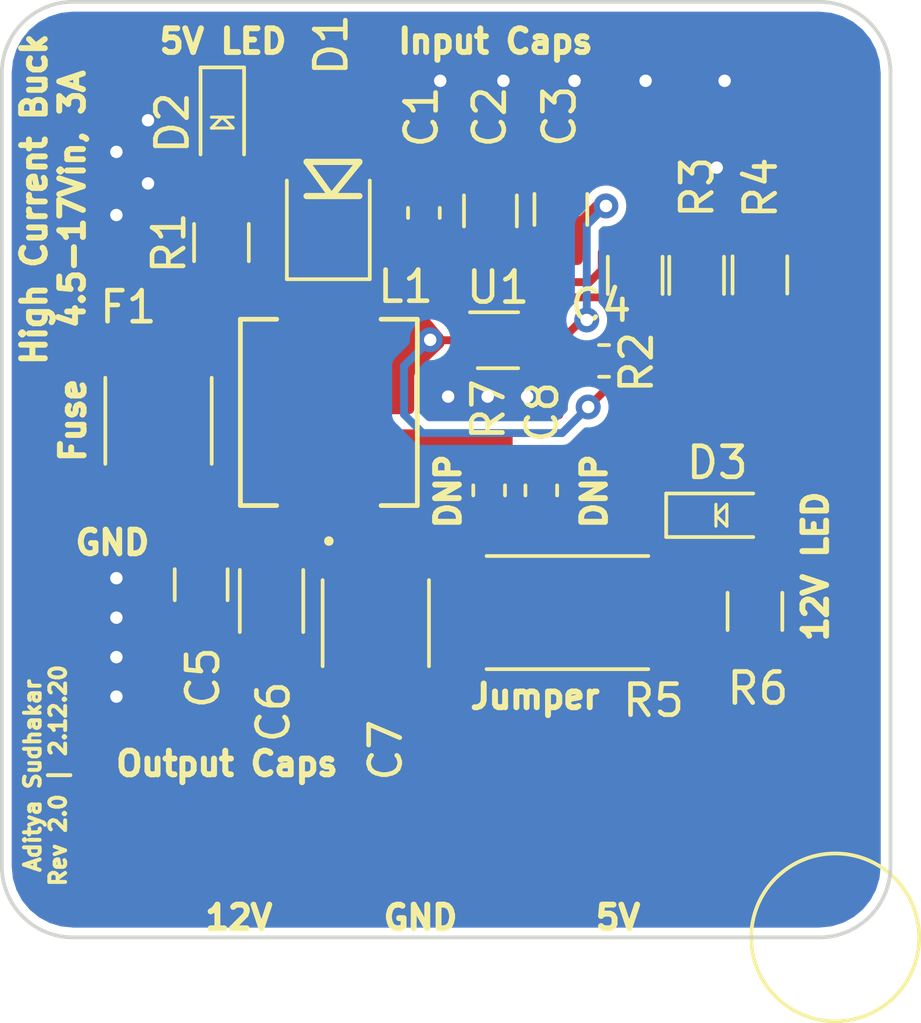
<source format=kicad_pcb>
(kicad_pcb (version 20171130) (host pcbnew "(5.1.4-0-10_14)")

  (general
    (thickness 1.6)
    (drawings 23)
    (tracks 92)
    (zones 0)
    (modules 24)
    (nets 13)
  )

  (page A4)
  (layers
    (0 F.Cu signal)
    (31 B.Cu signal hide)
    (32 B.Adhes user)
    (33 F.Adhes user)
    (34 B.Paste user)
    (35 F.Paste user)
    (36 B.SilkS user)
    (37 F.SilkS user)
    (38 B.Mask user)
    (39 F.Mask user hide)
    (40 Dwgs.User user)
    (41 Cmts.User user)
    (42 Eco1.User user)
    (43 Eco2.User user)
    (44 Edge.Cuts user)
    (45 Margin user)
    (46 B.CrtYd user)
    (47 F.CrtYd user)
    (48 B.Fab user)
    (49 F.Fab user)
  )

  (setup
    (last_trace_width 0.254)
    (user_trace_width 0.1524)
    (user_trace_width 0.254)
    (user_trace_width 0.762)
    (trace_clearance 0.2)
    (zone_clearance 0.254)
    (zone_45_only yes)
    (trace_min 0.1)
    (via_size 0.8)
    (via_drill 0.4)
    (via_min_size 0.2)
    (via_min_drill 0.1)
    (user_via 0.6096 0.3048)
    (uvia_size 0.3)
    (uvia_drill 0.1)
    (uvias_allowed no)
    (uvia_min_size 0.1)
    (uvia_min_drill 0.1)
    (edge_width 0.05)
    (segment_width 0.2)
    (pcb_text_width 0.3)
    (pcb_text_size 1.5 1.5)
    (mod_edge_width 0.12)
    (mod_text_size 1 1)
    (mod_text_width 0.15)
    (pad_size 1.524 1.524)
    (pad_drill 0.762)
    (pad_to_mask_clearance 0.051)
    (solder_mask_min_width 0.25)
    (aux_axis_origin 0 0)
    (visible_elements FFFDF77F)
    (pcbplotparams
      (layerselection 0x010fc_ffffffff)
      (usegerberextensions true)
      (usegerberattributes false)
      (usegerberadvancedattributes false)
      (creategerberjobfile false)
      (excludeedgelayer true)
      (linewidth 0.100000)
      (plotframeref false)
      (viasonmask false)
      (mode 1)
      (useauxorigin false)
      (hpglpennumber 1)
      (hpglpenspeed 20)
      (hpglpendiameter 15.000000)
      (psnegative false)
      (psa4output false)
      (plotreference true)
      (plotvalue true)
      (plotinvisibletext false)
      (padsonsilk false)
      (subtractmaskfromsilk false)
      (outputformat 1)
      (mirror false)
      (drillshape 0)
      (scaleselection 1)
      (outputdirectory "gerbs/"))
  )

  (net 0 "")
  (net 1 "Net-(C1-Pad1)")
  (net 2 GND)
  (net 3 "Net-(C4-Pad2)")
  (net 4 "Net-(C4-Pad1)")
  (net 5 "Net-(C5-Pad1)")
  (net 6 "Net-(C8-Pad1)")
  (net 7 "Net-(C8-Pad2)")
  (net 8 /12V)
  (net 9 "Net-(D2-Pad2)")
  (net 10 "Net-(D3-Pad2)")
  (net 11 "Net-(R3-Pad1)")
  (net 12 VCC)

  (net_class Default "This is the default net class."
    (clearance 0.2)
    (trace_width 0.25)
    (via_dia 0.8)
    (via_drill 0.4)
    (uvia_dia 0.3)
    (uvia_drill 0.1)
    (add_net /12V)
    (add_net GND)
    (add_net "Net-(C1-Pad1)")
    (add_net "Net-(C4-Pad1)")
    (add_net "Net-(C4-Pad2)")
    (add_net "Net-(C5-Pad1)")
    (add_net "Net-(C8-Pad1)")
    (add_net "Net-(C8-Pad2)")
    (add_net "Net-(D2-Pad2)")
    (add_net "Net-(D3-Pad2)")
    (add_net "Net-(R3-Pad1)")
    (add_net VCC)
  )

  (module footprints:C_0603_1608Metric (layer F.Cu) (tedit 5B301BBE) (tstamp 5E44E279)
    (at 107.17022 116.26342 90)
    (descr "Capacitor SMD 0603 (1608 Metric), square (rectangular) end terminal, IPC_7351 nominal, (Body size source: http://www.tortai-tech.com/upload/download/2011102023233369053.pdf), generated with kicad-footprint-generator")
    (tags capacitor)
    (path /5DD296FF)
    (attr smd)
    (fp_text reference C1 (at 3.0861 -0.07874 90) (layer F.SilkS)
      (effects (font (size 1 1) (thickness 0.15)))
    )
    (fp_text value C_0.1uF (at 0 1.43 90) (layer F.Fab) hide
      (effects (font (size 1 1) (thickness 0.15)))
    )
    (fp_line (start -0.8 0.4) (end -0.8 -0.4) (layer F.Fab) (width 0.1))
    (fp_line (start -0.8 -0.4) (end 0.8 -0.4) (layer F.Fab) (width 0.1))
    (fp_line (start 0.8 -0.4) (end 0.8 0.4) (layer F.Fab) (width 0.1))
    (fp_line (start 0.8 0.4) (end -0.8 0.4) (layer F.Fab) (width 0.1))
    (fp_line (start -0.162779 -0.51) (end 0.162779 -0.51) (layer F.SilkS) (width 0.12))
    (fp_line (start -0.162779 0.51) (end 0.162779 0.51) (layer F.SilkS) (width 0.12))
    (fp_line (start -1.48 0.73) (end -1.48 -0.73) (layer F.CrtYd) (width 0.05))
    (fp_line (start -1.48 -0.73) (end 1.48 -0.73) (layer F.CrtYd) (width 0.05))
    (fp_line (start 1.48 -0.73) (end 1.48 0.73) (layer F.CrtYd) (width 0.05))
    (fp_line (start 1.48 0.73) (end -1.48 0.73) (layer F.CrtYd) (width 0.05))
    (fp_text user %R (at 0 0 90) (layer F.Fab) hide
      (effects (font (size 0.4 0.4) (thickness 0.06)))
    )
    (pad 1 smd roundrect (at -0.7875 0 90) (size 0.875 0.95) (layers F.Cu F.Paste F.Mask) (roundrect_rratio 0.25)
      (net 1 "Net-(C1-Pad1)"))
    (pad 2 smd roundrect (at 0.7875 0 90) (size 0.875 0.95) (layers F.Cu F.Paste F.Mask) (roundrect_rratio 0.25)
      (net 2 GND))
    (model ${KISYS3DMOD}/Capacitor_SMD.3dshapes/C_0603_1608Metric.wrl
      (at (xyz 0 0 0))
      (scale (xyz 1 1 1))
      (rotate (xyz 0 0 0))
    )
  )

  (module footprints:C_0805_OEM (layer F.Cu) (tedit 5C3D8347) (tstamp 5E44E289)
    (at 109.3089 116.19992 90)
    (descr "Capacitor SMD 0805, reflow soldering, AVX (see smccp.pdf)")
    (tags "capacitor 0805")
    (path /5DD2D3E3)
    (attr smd)
    (fp_text reference C2 (at 3.0226 -0.0254 90) (layer F.SilkS)
      (effects (font (size 1 1) (thickness 0.15)))
    )
    (fp_text value C_10uF_25V (at 0 1.75 90) (layer F.Fab) hide
      (effects (font (size 1 1) (thickness 0.15)))
    )
    (fp_line (start 1.75 0.87) (end -1.75 0.87) (layer F.CrtYd) (width 0.05))
    (fp_line (start 1.75 0.87) (end 1.75 -0.88) (layer F.CrtYd) (width 0.05))
    (fp_line (start -1.75 -0.88) (end -1.75 0.87) (layer F.CrtYd) (width 0.05))
    (fp_line (start -1.75 -0.88) (end 1.75 -0.88) (layer F.CrtYd) (width 0.05))
    (fp_line (start -0.5 0.85) (end 0.5 0.85) (layer F.SilkS) (width 0.12))
    (fp_line (start 0.5 -0.85) (end -0.5 -0.85) (layer F.SilkS) (width 0.12))
    (fp_line (start -1 -0.62) (end 1 -0.62) (layer F.Fab) (width 0.1))
    (fp_line (start 1 -0.62) (end 1 0.62) (layer F.Fab) (width 0.1))
    (fp_line (start 1 0.62) (end -1 0.62) (layer F.Fab) (width 0.1))
    (fp_line (start -1 0.62) (end -1 -0.62) (layer F.Fab) (width 0.1))
    (pad 2 smd rect (at 1 0 90) (size 1 1.25) (layers F.Cu F.Paste F.Mask)
      (net 2 GND))
    (pad 1 smd rect (at -1 0 90) (size 1 1.25) (layers F.Cu F.Paste F.Mask)
      (net 1 "Net-(C1-Pad1)"))
    (model ${LOCAL_DIR}/OEM_Preferred_Parts/3DModels/C_0805_OEM/C_0805.step
      (at (xyz 0 0 0))
      (scale (xyz 1 1 1))
      (rotate (xyz 0 0 0))
    )
    (model ${LOCAL_DIR}/OEM_Preferred_Parts/3DModels/C_0805_OEM/C_0805.step
      (at (xyz 0 0 0))
      (scale (xyz 1 1 1))
      (rotate (xyz 0 0 0))
    )
  )

  (module footprints:C_0805_OEM (layer F.Cu) (tedit 5C3D8347) (tstamp 5E44E299)
    (at 111.57458 116.15166 90)
    (descr "Capacitor SMD 0805, reflow soldering, AVX (see smccp.pdf)")
    (tags "capacitor 0805")
    (path /5DD2E6F4)
    (attr smd)
    (fp_text reference C3 (at 2.9972 -0.04826 90) (layer F.SilkS)
      (effects (font (size 1 1) (thickness 0.15)))
    )
    (fp_text value C_10uF_25V (at 0 1.75 90) (layer F.Fab) hide
      (effects (font (size 1 1) (thickness 0.15)))
    )
    (fp_line (start -1 0.62) (end -1 -0.62) (layer F.Fab) (width 0.1))
    (fp_line (start 1 0.62) (end -1 0.62) (layer F.Fab) (width 0.1))
    (fp_line (start 1 -0.62) (end 1 0.62) (layer F.Fab) (width 0.1))
    (fp_line (start -1 -0.62) (end 1 -0.62) (layer F.Fab) (width 0.1))
    (fp_line (start 0.5 -0.85) (end -0.5 -0.85) (layer F.SilkS) (width 0.12))
    (fp_line (start -0.5 0.85) (end 0.5 0.85) (layer F.SilkS) (width 0.12))
    (fp_line (start -1.75 -0.88) (end 1.75 -0.88) (layer F.CrtYd) (width 0.05))
    (fp_line (start -1.75 -0.88) (end -1.75 0.87) (layer F.CrtYd) (width 0.05))
    (fp_line (start 1.75 0.87) (end 1.75 -0.88) (layer F.CrtYd) (width 0.05))
    (fp_line (start 1.75 0.87) (end -1.75 0.87) (layer F.CrtYd) (width 0.05))
    (pad 1 smd rect (at -1 0 90) (size 1 1.25) (layers F.Cu F.Paste F.Mask)
      (net 1 "Net-(C1-Pad1)"))
    (pad 2 smd rect (at 1 0 90) (size 1 1.25) (layers F.Cu F.Paste F.Mask)
      (net 2 GND))
    (model ${LOCAL_DIR}/OEM_Preferred_Parts/3DModels/C_0805_OEM/C_0805.step
      (at (xyz 0 0 0))
      (scale (xyz 1 1 1))
      (rotate (xyz 0 0 0))
    )
    (model ${LOCAL_DIR}/OEM_Preferred_Parts/3DModels/C_0805_OEM/C_0805.step
      (at (xyz 0 0 0))
      (scale (xyz 1 1 1))
      (rotate (xyz 0 0 0))
    )
  )

  (module footprints:C_0603_1608Metric (layer F.Cu) (tedit 5B301BBE) (tstamp 5E44E2AA)
    (at 112.96396 121.02592 180)
    (descr "Capacitor SMD 0603 (1608 Metric), square (rectangular) end terminal, IPC_7351 nominal, (Body size source: http://www.tortai-tech.com/upload/download/2011102023233369053.pdf), generated with kicad-footprint-generator")
    (tags capacitor)
    (path /5DD434B0)
    (attr smd)
    (fp_text reference C4 (at 0.10414 1.78308) (layer F.SilkS)
      (effects (font (size 1 1) (thickness 0.15)))
    )
    (fp_text value C_0.1uF_0603 (at 0 1.43) (layer F.Fab) hide
      (effects (font (size 1 1) (thickness 0.15)))
    )
    (fp_text user %R (at 0 0) (layer F.Fab) hide
      (effects (font (size 0.4 0.4) (thickness 0.06)))
    )
    (fp_line (start 1.48 0.73) (end -1.48 0.73) (layer F.CrtYd) (width 0.05))
    (fp_line (start 1.48 -0.73) (end 1.48 0.73) (layer F.CrtYd) (width 0.05))
    (fp_line (start -1.48 -0.73) (end 1.48 -0.73) (layer F.CrtYd) (width 0.05))
    (fp_line (start -1.48 0.73) (end -1.48 -0.73) (layer F.CrtYd) (width 0.05))
    (fp_line (start -0.162779 0.51) (end 0.162779 0.51) (layer F.SilkS) (width 0.12))
    (fp_line (start -0.162779 -0.51) (end 0.162779 -0.51) (layer F.SilkS) (width 0.12))
    (fp_line (start 0.8 0.4) (end -0.8 0.4) (layer F.Fab) (width 0.1))
    (fp_line (start 0.8 -0.4) (end 0.8 0.4) (layer F.Fab) (width 0.1))
    (fp_line (start -0.8 -0.4) (end 0.8 -0.4) (layer F.Fab) (width 0.1))
    (fp_line (start -0.8 0.4) (end -0.8 -0.4) (layer F.Fab) (width 0.1))
    (pad 2 smd roundrect (at 0.7875 0 180) (size 0.875 0.95) (layers F.Cu F.Paste F.Mask) (roundrect_rratio 0.25)
      (net 3 "Net-(C4-Pad2)"))
    (pad 1 smd roundrect (at -0.7875 0 180) (size 0.875 0.95) (layers F.Cu F.Paste F.Mask) (roundrect_rratio 0.25)
      (net 4 "Net-(C4-Pad1)"))
    (model ${KISYS3DMOD}/Capacitor_SMD.3dshapes/C_0603_1608Metric.wrl
      (at (xyz 0 0 0))
      (scale (xyz 1 1 1))
      (rotate (xyz 0 0 0))
    )
  )

  (module footprints:C_0805_OEM (layer F.Cu) (tedit 5C3D8347) (tstamp 5E44E2BA)
    (at 100.00742 128.22682 270)
    (descr "Capacitor SMD 0805, reflow soldering, AVX (see smccp.pdf)")
    (tags "capacitor 0805")
    (path /5DD6B930)
    (attr smd)
    (fp_text reference C5 (at 2.99212 -0.05842 90) (layer F.SilkS)
      (effects (font (size 1 1) (thickness 0.15)))
    )
    (fp_text value C_10uF (at 0 1.75 90) (layer F.Fab) hide
      (effects (font (size 1 1) (thickness 0.15)))
    )
    (fp_line (start -1 0.62) (end -1 -0.62) (layer F.Fab) (width 0.1))
    (fp_line (start 1 0.62) (end -1 0.62) (layer F.Fab) (width 0.1))
    (fp_line (start 1 -0.62) (end 1 0.62) (layer F.Fab) (width 0.1))
    (fp_line (start -1 -0.62) (end 1 -0.62) (layer F.Fab) (width 0.1))
    (fp_line (start 0.5 -0.85) (end -0.5 -0.85) (layer F.SilkS) (width 0.12))
    (fp_line (start -0.5 0.85) (end 0.5 0.85) (layer F.SilkS) (width 0.12))
    (fp_line (start -1.75 -0.88) (end 1.75 -0.88) (layer F.CrtYd) (width 0.05))
    (fp_line (start -1.75 -0.88) (end -1.75 0.87) (layer F.CrtYd) (width 0.05))
    (fp_line (start 1.75 0.87) (end 1.75 -0.88) (layer F.CrtYd) (width 0.05))
    (fp_line (start 1.75 0.87) (end -1.75 0.87) (layer F.CrtYd) (width 0.05))
    (pad 1 smd rect (at -1 0 270) (size 1 1.25) (layers F.Cu F.Paste F.Mask)
      (net 5 "Net-(C5-Pad1)"))
    (pad 2 smd rect (at 1 0 270) (size 1 1.25) (layers F.Cu F.Paste F.Mask)
      (net 2 GND))
    (model ${LOCAL_DIR}/OEM_Preferred_Parts/3DModels/C_0805_OEM/C_0805.step
      (at (xyz 0 0 0))
      (scale (xyz 1 1 1))
      (rotate (xyz 0 0 0))
    )
    (model ${LOCAL_DIR}/OEM_Preferred_Parts/3DModels/C_0805_OEM/C_0805.step
      (at (xyz 0 0 0))
      (scale (xyz 1 1 1))
      (rotate (xyz 0 0 0))
    )
  )

  (module footprints:C_1206_OEM (layer F.Cu) (tedit 5C16B943) (tstamp 5E44E2CA)
    (at 102.27056 128.75006 270)
    (descr "Capacitor SMD 1206, reflow soldering, AVX (see smccp.pdf)")
    (tags "capacitor 1206")
    (path /5DD4C422)
    (attr smd)
    (fp_text reference C6 (at 3.56616 -0.05842 90) (layer F.SilkS)
      (effects (font (size 1 1) (thickness 0.15)))
    )
    (fp_text value C_22uF (at 0 2 90) (layer F.Fab) hide
      (effects (font (size 1 1) (thickness 0.15)))
    )
    (fp_line (start -1.6 0.8) (end -1.6 -0.8) (layer F.Fab) (width 0.1))
    (fp_line (start 1.6 0.8) (end -1.6 0.8) (layer F.Fab) (width 0.1))
    (fp_line (start 1.6 -0.8) (end 1.6 0.8) (layer F.Fab) (width 0.1))
    (fp_line (start -1.6 -0.8) (end 1.6 -0.8) (layer F.Fab) (width 0.1))
    (fp_line (start 1 -1.02) (end -1 -1.02) (layer F.SilkS) (width 0.12))
    (fp_line (start -1 1.02) (end 1 1.02) (layer F.SilkS) (width 0.12))
    (fp_line (start -2.25 -1.05) (end 2.25 -1.05) (layer F.CrtYd) (width 0.05))
    (fp_line (start -2.25 -1.05) (end -2.25 1.05) (layer F.CrtYd) (width 0.05))
    (fp_line (start 2.25 1.05) (end 2.25 -1.05) (layer F.CrtYd) (width 0.05))
    (fp_line (start 2.25 1.05) (end -2.25 1.05) (layer F.CrtYd) (width 0.05))
    (pad 1 smd rect (at -1.5 0 270) (size 1 1.6) (layers F.Cu F.Paste F.Mask)
      (net 5 "Net-(C5-Pad1)"))
    (pad 2 smd rect (at 1.5 0 270) (size 1 1.6) (layers F.Cu F.Paste F.Mask)
      (net 2 GND))
    (model ${LOCAL_DIR}/OEM_Preferred_Parts/3DModels/C_1206_OEM/C_1206_OEM.wrl
      (at (xyz 0 0 0))
      (scale (xyz 1 1 1))
      (rotate (xyz 0 0 0))
    )
  )

  (module Capacitor_SMD:C_1812_4532Metric (layer F.Cu) (tedit 5B301BBE) (tstamp 5E453B00)
    (at 105.62336 129.4638 270)
    (descr "Capacitor SMD 1812 (4532 Metric), square (rectangular) end terminal, IPC_7351 nominal, (Body size source: https://www.nikhef.nl/pub/departments/mt/projects/detectorR_D/dtddice/ERJ2G.pdf), generated with kicad-footprint-generator")
    (tags capacitor)
    (path /5DD4CD92)
    (attr smd)
    (fp_text reference C7 (at 4.08686 -0.31496 90) (layer F.SilkS)
      (effects (font (size 1 1) (thickness 0.15)))
    )
    (fp_text value C_33uF (at 0 2.65 90) (layer F.Fab) hide
      (effects (font (size 1 1) (thickness 0.15)))
    )
    (fp_line (start -2.25 1.6) (end -2.25 -1.6) (layer F.Fab) (width 0.1))
    (fp_line (start -2.25 -1.6) (end 2.25 -1.6) (layer F.Fab) (width 0.1))
    (fp_line (start 2.25 -1.6) (end 2.25 1.6) (layer F.Fab) (width 0.1))
    (fp_line (start 2.25 1.6) (end -2.25 1.6) (layer F.Fab) (width 0.1))
    (fp_line (start -1.386252 -1.71) (end 1.386252 -1.71) (layer F.SilkS) (width 0.12))
    (fp_line (start -1.386252 1.71) (end 1.386252 1.71) (layer F.SilkS) (width 0.12))
    (fp_line (start -2.95 1.95) (end -2.95 -1.95) (layer F.CrtYd) (width 0.05))
    (fp_line (start -2.95 -1.95) (end 2.95 -1.95) (layer F.CrtYd) (width 0.05))
    (fp_line (start 2.95 -1.95) (end 2.95 1.95) (layer F.CrtYd) (width 0.05))
    (fp_line (start 2.95 1.95) (end -2.95 1.95) (layer F.CrtYd) (width 0.05))
    (fp_text user %R (at 0 0 90) (layer F.Fab) hide
      (effects (font (size 1 1) (thickness 0.15)))
    )
    (pad 1 smd roundrect (at -2.1375 0 270) (size 1.125 3.4) (layers F.Cu F.Paste F.Mask) (roundrect_rratio 0.222222)
      (net 5 "Net-(C5-Pad1)"))
    (pad 2 smd roundrect (at 2.1375 0 270) (size 1.125 3.4) (layers F.Cu F.Paste F.Mask) (roundrect_rratio 0.222222)
      (net 2 GND))
    (model ${KISYS3DMOD}/Capacitor_SMD.3dshapes/C_1812_4532Metric.wrl
      (at (xyz 0 0 0))
      (scale (xyz 1 1 1))
      (rotate (xyz 0 0 0))
    )
  )

  (module footprints:C_0603_1608Metric (layer F.Cu) (tedit 5B301BBE) (tstamp 5E44E2EC)
    (at 110.94466 125.19152 270)
    (descr "Capacitor SMD 0603 (1608 Metric), square (rectangular) end terminal, IPC_7351 nominal, (Body size source: http://www.tortai-tech.com/upload/download/2011102023233369053.pdf), generated with kicad-footprint-generator")
    (tags capacitor)
    (path /5DD78F6F)
    (attr smd)
    (fp_text reference C8 (at -2.51206 -0.02032 90) (layer F.SilkS)
      (effects (font (size 1 1) (thickness 0.15)))
    )
    (fp_text value C_100nF_DNP (at 0 1.43 90) (layer F.Fab) hide
      (effects (font (size 1 1) (thickness 0.15)))
    )
    (fp_line (start -0.8 0.4) (end -0.8 -0.4) (layer F.Fab) (width 0.1))
    (fp_line (start -0.8 -0.4) (end 0.8 -0.4) (layer F.Fab) (width 0.1))
    (fp_line (start 0.8 -0.4) (end 0.8 0.4) (layer F.Fab) (width 0.1))
    (fp_line (start 0.8 0.4) (end -0.8 0.4) (layer F.Fab) (width 0.1))
    (fp_line (start -0.162779 -0.51) (end 0.162779 -0.51) (layer F.SilkS) (width 0.12))
    (fp_line (start -0.162779 0.51) (end 0.162779 0.51) (layer F.SilkS) (width 0.12))
    (fp_line (start -1.48 0.73) (end -1.48 -0.73) (layer F.CrtYd) (width 0.05))
    (fp_line (start -1.48 -0.73) (end 1.48 -0.73) (layer F.CrtYd) (width 0.05))
    (fp_line (start 1.48 -0.73) (end 1.48 0.73) (layer F.CrtYd) (width 0.05))
    (fp_line (start 1.48 0.73) (end -1.48 0.73) (layer F.CrtYd) (width 0.05))
    (fp_text user %R (at 0 0 90) (layer F.Fab) hide
      (effects (font (size 0.4 0.4) (thickness 0.06)))
    )
    (pad 1 smd roundrect (at -0.7875 0 270) (size 0.875 0.95) (layers F.Cu F.Paste F.Mask) (roundrect_rratio 0.25)
      (net 6 "Net-(C8-Pad1)"))
    (pad 2 smd roundrect (at 0.7875 0 270) (size 0.875 0.95) (layers F.Cu F.Paste F.Mask) (roundrect_rratio 0.25)
      (net 7 "Net-(C8-Pad2)"))
    (model ${KISYS3DMOD}/Capacitor_SMD.3dshapes/C_0603_1608Metric.wrl
      (at (xyz 0 0 0))
      (scale (xyz 1 1 1))
      (rotate (xyz 0 0 0))
    )
  )

  (module footprints:DO-214AA (layer F.Cu) (tedit 5C16B7E3) (tstamp 5E44E301)
    (at 104.09682 115.22202 90)
    (descr "http://www.diodes.com/datasheets/ap02001.pdf p.144")
    (tags "Diode SOD523")
    (path /5DD288D2)
    (attr smd)
    (fp_text reference D1 (at 4.37134 0.09144 270) (layer F.SilkS)
      (effects (font (size 1 1) (thickness 0.15)))
    )
    (fp_text value D_Zener_18V (at 0 2.286 90) (layer F.Fab) hide
      (effects (font (size 1 1) (thickness 0.15)))
    )
    (fp_line (start 0.6 1) (end -0.5 0.1) (layer F.SilkS) (width 0.2))
    (fp_line (start 0.6 -0.7) (end 0.6 1) (layer F.SilkS) (width 0.2))
    (fp_line (start -0.5 0.1) (end 0.6 -0.7) (layer F.SilkS) (width 0.2))
    (fp_line (start -0.5 -0.7) (end -0.5 1) (layer F.SilkS) (width 0.2))
    (fp_line (start -3.175 -1.3335) (end -3.175 1.3335) (layer F.SilkS) (width 0.12))
    (fp_line (start 3.302 -1.4605) (end 3.302 1.4605) (layer F.CrtYd) (width 0.05))
    (fp_line (start -3.302 -1.4605) (end 3.302 -1.4605) (layer F.CrtYd) (width 0.05))
    (fp_line (start -3.302 -1.4605) (end -3.302 1.4605) (layer F.CrtYd) (width 0.05))
    (fp_line (start -3.302 1.4605) (end 3.302 1.4605) (layer F.CrtYd) (width 0.05))
    (fp_line (start 2.3749 -1.9685) (end 2.3749 1.9685) (layer F.Fab) (width 0.1))
    (fp_line (start -2.3749 -1.9685) (end 2.3749 -1.9685) (layer F.Fab) (width 0.1))
    (fp_line (start -2.3749 -1.9685) (end -2.3749 1.9685) (layer F.Fab) (width 0.1))
    (fp_line (start 2.3749 1.9685) (end -2.3749 1.9685) (layer F.Fab) (width 0.1))
    (fp_line (start -3.175 1.3335) (end 0 1.3335) (layer F.SilkS) (width 0.12))
    (fp_line (start -3.175 -1.3335) (end 0 -1.3335) (layer F.SilkS) (width 0.12))
    (pad 2 smd rect (at 2.032 0 270) (size 1.778 2.159) (layers F.Cu F.Paste F.Mask)
      (net 2 GND))
    (pad 1 smd rect (at -2.032 0 270) (size 1.778 2.159) (layers F.Cu F.Paste F.Mask)
      (net 1 "Net-(C1-Pad1)"))
    (model ${LOCAL_DIR}/OEM_Preferred_Parts/3DModels/DO_214AA_OEM/DO_214AA.wrl
      (at (xyz 0 0 0))
      (scale (xyz 1 1 1))
      (rotate (xyz 0 0 0))
    )
  )

  (module footprints:LED_0805_OEM (layer F.Cu) (tedit 5C3D84D8) (tstamp 5E44E31A)
    (at 100.68814 113.38306 270)
    (descr "LED 0805 smd package")
    (tags "LED led 0805 SMD smd SMT smt smdled SMDLED smtled SMTLED")
    (path /5DD25EAF)
    (attr smd)
    (fp_text reference D2 (at -0.01778 1.60782 90) (layer F.SilkS)
      (effects (font (size 1 1) (thickness 0.15)))
    )
    (fp_text value LED_0805 (at 0.508 2.032 90) (layer F.Fab) hide
      (effects (font (size 1 1) (thickness 0.15)))
    )
    (fp_line (start -0.2 0.35) (end -0.2 0) (layer F.SilkS) (width 0.1))
    (fp_line (start -0.2 0) (end -0.2 -0.35) (layer F.SilkS) (width 0.1))
    (fp_line (start 0.15 0.35) (end -0.2 0) (layer F.SilkS) (width 0.1))
    (fp_line (start 0.15 0.3) (end 0.15 0.35) (layer F.SilkS) (width 0.1))
    (fp_line (start 0.15 0.35) (end 0.15 0.3) (layer F.SilkS) (width 0.1))
    (fp_line (start 0.15 -0.35) (end 0.15 0.3) (layer F.SilkS) (width 0.1))
    (fp_line (start 0.1 -0.3) (end 0.15 -0.35) (layer F.SilkS) (width 0.1))
    (fp_line (start -0.2 0) (end 0.1 -0.3) (layer F.SilkS) (width 0.1))
    (fp_line (start -1.8 -0.7) (end -1.8 0.7) (layer F.SilkS) (width 0.12))
    (fp_line (start 1 0.6) (end -1 0.6) (layer F.Fab) (width 0.1))
    (fp_line (start 1 -0.6) (end 1 0.6) (layer F.Fab) (width 0.1))
    (fp_line (start -1 -0.6) (end 1 -0.6) (layer F.Fab) (width 0.1))
    (fp_line (start -1 0.6) (end -1 -0.6) (layer F.Fab) (width 0.1))
    (fp_line (start -1.8 0.7) (end 1 0.7) (layer F.SilkS) (width 0.12))
    (fp_line (start -1.8 -0.7) (end 1 -0.7) (layer F.SilkS) (width 0.12))
    (fp_line (start 1.95 -0.85) (end 1.95 0.85) (layer F.CrtYd) (width 0.05))
    (fp_line (start 1.95 0.85) (end -1.95 0.85) (layer F.CrtYd) (width 0.05))
    (fp_line (start -1.95 0.85) (end -1.95 -0.85) (layer F.CrtYd) (width 0.05))
    (fp_line (start -1.95 -0.85) (end 1.95 -0.85) (layer F.CrtYd) (width 0.05))
    (pad 2 smd rect (at 1.1 0 90) (size 1.2 1.2) (layers F.Cu F.Paste F.Mask)
      (net 9 "Net-(D2-Pad2)"))
    (pad 1 smd rect (at -1.1 0 90) (size 1.2 1.2) (layers F.Cu F.Paste F.Mask)
      (net 2 GND))
    (model "${LOCAL_DIR}/OEM_Preferred_Parts/3DModels/LED_0805/LED 0805 Base GREEN001_sp.wrl"
      (at (xyz 0 0 0))
      (scale (xyz 1 1 1))
      (rotate (xyz 0 0 180))
    )
    (model "${LOCAL_DIR}/OEM_Preferred_Parts/3DModels/LED_0805/LED 0805 Base GREEN001_sp.step"
      (at (xyz 0 0 0))
      (scale (xyz 1 1 1))
      (rotate (xyz 0 0 0))
    )
  )

  (module footprints:LED_0805_OEM (layer F.Cu) (tedit 5C3D84D8) (tstamp 5E44E333)
    (at 116.76126 125.99162)
    (descr "LED 0805 smd package")
    (tags "LED led 0805 SMD smd SMT smt smdled SMDLED smtled SMTLED")
    (path /5DD69222)
    (attr smd)
    (fp_text reference D3 (at -0.15748 -1.69164) (layer F.SilkS)
      (effects (font (size 1 1) (thickness 0.15)))
    )
    (fp_text value LED_0805 (at 0.508 2.032) (layer F.Fab) hide
      (effects (font (size 1 1) (thickness 0.15)))
    )
    (fp_line (start -1.95 -0.85) (end 1.95 -0.85) (layer F.CrtYd) (width 0.05))
    (fp_line (start -1.95 0.85) (end -1.95 -0.85) (layer F.CrtYd) (width 0.05))
    (fp_line (start 1.95 0.85) (end -1.95 0.85) (layer F.CrtYd) (width 0.05))
    (fp_line (start 1.95 -0.85) (end 1.95 0.85) (layer F.CrtYd) (width 0.05))
    (fp_line (start -1.8 -0.7) (end 1 -0.7) (layer F.SilkS) (width 0.12))
    (fp_line (start -1.8 0.7) (end 1 0.7) (layer F.SilkS) (width 0.12))
    (fp_line (start -1 0.6) (end -1 -0.6) (layer F.Fab) (width 0.1))
    (fp_line (start -1 -0.6) (end 1 -0.6) (layer F.Fab) (width 0.1))
    (fp_line (start 1 -0.6) (end 1 0.6) (layer F.Fab) (width 0.1))
    (fp_line (start 1 0.6) (end -1 0.6) (layer F.Fab) (width 0.1))
    (fp_line (start -1.8 -0.7) (end -1.8 0.7) (layer F.SilkS) (width 0.12))
    (fp_line (start -0.2 0) (end 0.1 -0.3) (layer F.SilkS) (width 0.1))
    (fp_line (start 0.1 -0.3) (end 0.15 -0.35) (layer F.SilkS) (width 0.1))
    (fp_line (start 0.15 -0.35) (end 0.15 0.3) (layer F.SilkS) (width 0.1))
    (fp_line (start 0.15 0.35) (end 0.15 0.3) (layer F.SilkS) (width 0.1))
    (fp_line (start 0.15 0.3) (end 0.15 0.35) (layer F.SilkS) (width 0.1))
    (fp_line (start 0.15 0.35) (end -0.2 0) (layer F.SilkS) (width 0.1))
    (fp_line (start -0.2 0) (end -0.2 -0.35) (layer F.SilkS) (width 0.1))
    (fp_line (start -0.2 0.35) (end -0.2 0) (layer F.SilkS) (width 0.1))
    (pad 1 smd rect (at -1.1 0 180) (size 1.2 1.2) (layers F.Cu F.Paste F.Mask)
      (net 2 GND))
    (pad 2 smd rect (at 1.1 0 180) (size 1.2 1.2) (layers F.Cu F.Paste F.Mask)
      (net 10 "Net-(D3-Pad2)"))
    (model "${LOCAL_DIR}/OEM_Preferred_Parts/3DModels/LED_0805/LED 0805 Base GREEN001_sp.wrl"
      (at (xyz 0 0 0))
      (scale (xyz 1 1 1))
      (rotate (xyz 0 0 180))
    )
    (model "${LOCAL_DIR}/OEM_Preferred_Parts/3DModels/LED_0805/LED 0805 Base GREEN001_sp.step"
      (at (xyz 0 0 0))
      (scale (xyz 1 1 1))
      (rotate (xyz 0 0 0))
    )
  )

  (module Fuse:Fuse_1812_4532Metric (layer F.Cu) (tedit 5B301BBE) (tstamp 5E44E344)
    (at 98.63582 122.95378 270)
    (descr "Fuse SMD 1812 (4532 Metric), square (rectangular) end terminal, IPC_7351 nominal, (Body size source: https://www.nikhef.nl/pub/departments/mt/projects/detectorR_D/dtddice/ERJ2G.pdf), generated with kicad-footprint-generator")
    (tags resistor)
    (path /5DD2DCBD)
    (attr smd)
    (fp_text reference F1 (at -3.66014 0.97282 180) (layer F.SilkS)
      (effects (font (size 1 1) (thickness 0.15)))
    )
    (fp_text value F_2.6A_16V (at 0 2.65 90) (layer F.Fab) hide
      (effects (font (size 1 1) (thickness 0.15)))
    )
    (fp_line (start -2.25 1.6) (end -2.25 -1.6) (layer F.Fab) (width 0.1))
    (fp_line (start -2.25 -1.6) (end 2.25 -1.6) (layer F.Fab) (width 0.1))
    (fp_line (start 2.25 -1.6) (end 2.25 1.6) (layer F.Fab) (width 0.1))
    (fp_line (start 2.25 1.6) (end -2.25 1.6) (layer F.Fab) (width 0.1))
    (fp_line (start -1.386252 -1.71) (end 1.386252 -1.71) (layer F.SilkS) (width 0.12))
    (fp_line (start -1.386252 1.71) (end 1.386252 1.71) (layer F.SilkS) (width 0.12))
    (fp_line (start -2.95 1.95) (end -2.95 -1.95) (layer F.CrtYd) (width 0.05))
    (fp_line (start -2.95 -1.95) (end 2.95 -1.95) (layer F.CrtYd) (width 0.05))
    (fp_line (start 2.95 -1.95) (end 2.95 1.95) (layer F.CrtYd) (width 0.05))
    (fp_line (start 2.95 1.95) (end -2.95 1.95) (layer F.CrtYd) (width 0.05))
    (fp_text user %R (at 0 0 90) (layer F.Fab) hide
      (effects (font (size 1 1) (thickness 0.15)))
    )
    (pad 1 smd roundrect (at -2.1375 0 270) (size 1.125 3.4) (layers F.Cu F.Paste F.Mask) (roundrect_rratio 0.222222)
      (net 1 "Net-(C1-Pad1)"))
    (pad 2 smd roundrect (at 2.1375 0 270) (size 1.125 3.4) (layers F.Cu F.Paste F.Mask) (roundrect_rratio 0.222222)
      (net 8 /12V))
    (model ${KISYS3DMOD}/Fuse.3dshapes/Fuse_1812_4532Metric.wrl
      (at (xyz 0 0 0))
      (scale (xyz 1 1 1))
      (rotate (xyz 0 0 0))
    )
  )

  (module footprints:IHLP2020BZER4R7M11 (layer F.Cu) (tedit 0) (tstamp 5E45592B)
    (at 104.1146 122.682 90)
    (path /5DD494D5)
    (fp_text reference L1 (at 4.04876 2.46634) (layer F.SilkS)
      (effects (font (size 1 1) (thickness 0.15)))
    )
    (fp_text value L_4.7uH_3.2A (at -0.1651 -3.9497 270) (layer F.SilkS) hide
      (effects (font (size 1 1) (thickness 0.15)))
    )
    (fp_text user "Copyright 2016 Accelerated Designs. All rights reserved." (at 0 0 270) (layer Cmts.User) hide
      (effects (font (size 0.127 0.127) (thickness 0.002)))
    )
    (fp_text user * (at 0 0 270) (layer F.SilkS) hide
      (effects (font (size 1 1) (thickness 0.15)))
    )
    (fp_text user * (at 0 0 270) (layer F.Fab) hide
      (effects (font (size 1 1) (thickness 0.15)))
    )
    (fp_line (start -2.9972 2.8448) (end 2.9972 2.8448) (layer F.SilkS) (width 0.1524))
    (fp_line (start 2.9972 2.8448) (end 2.9972 1.67894) (layer F.SilkS) (width 0.1524))
    (fp_line (start 2.9972 -2.8448) (end -2.9972 -2.8448) (layer F.SilkS) (width 0.1524))
    (fp_line (start -2.9972 -2.8448) (end -2.9972 -1.67894) (layer F.SilkS) (width 0.1524))
    (fp_line (start -2.8702 2.7178) (end 2.8702 2.7178) (layer F.Fab) (width 0.1524))
    (fp_line (start 2.8702 2.7178) (end 2.8702 -2.7178) (layer F.Fab) (width 0.1524))
    (fp_line (start 2.8702 -2.7178) (end -2.8702 -2.7178) (layer F.Fab) (width 0.1524))
    (fp_line (start -2.8702 -2.7178) (end -2.8702 2.7178) (layer F.Fab) (width 0.1524))
    (fp_line (start -2.9972 1.67894) (end -2.9972 2.8448) (layer F.SilkS) (width 0.1524))
    (fp_line (start 2.9972 -1.67894) (end 2.9972 -2.8448) (layer F.SilkS) (width 0.1524))
    (fp_line (start -3.2766 1.651) (end -3.2766 -1.651) (layer F.CrtYd) (width 0.1524))
    (fp_line (start -3.2766 -1.651) (end -3.1242 -1.651) (layer F.CrtYd) (width 0.1524))
    (fp_line (start -3.1242 -1.651) (end -3.1242 -2.9718) (layer F.CrtYd) (width 0.1524))
    (fp_line (start -3.1242 -2.9718) (end 3.1242 -2.9718) (layer F.CrtYd) (width 0.1524))
    (fp_line (start 3.1242 -2.9718) (end 3.1242 -1.651) (layer F.CrtYd) (width 0.1524))
    (fp_line (start 3.1242 -1.651) (end 3.2766 -1.651) (layer F.CrtYd) (width 0.1524))
    (fp_line (start 3.2766 -1.651) (end 3.2766 1.651) (layer F.CrtYd) (width 0.1524))
    (fp_line (start 3.2766 1.651) (end 3.1242 1.651) (layer F.CrtYd) (width 0.1524))
    (fp_line (start 3.1242 1.651) (end 3.1242 2.9718) (layer F.CrtYd) (width 0.1524))
    (fp_line (start 3.1242 2.9718) (end -3.1242 2.9718) (layer F.CrtYd) (width 0.1524))
    (fp_line (start -3.1242 2.9718) (end -3.1242 1.651) (layer F.CrtYd) (width 0.1524))
    (fp_line (start -3.1242 1.651) (end -3.2766 1.651) (layer F.CrtYd) (width 0.1524))
    (fp_circle (center -2.3622 0) (end -2.286 0) (layer F.Fab) (width 0.1524))
    (fp_circle (center -4.1402 0) (end -4.064 0) (layer F.SilkS) (width 0.1524))
    (pad 1 smd rect (at -2.032 0 180) (size 2.6924 1.9812) (layers F.Cu F.Paste F.Mask)
      (net 5 "Net-(C5-Pad1)"))
    (pad 2 smd rect (at 2.032 0 180) (size 2.6924 1.9812) (layers F.Cu F.Paste F.Mask)
      (net 4 "Net-(C4-Pad1)"))
  )

  (module footprints:R_0805_OEM (layer F.Cu) (tedit 5C3D844D) (tstamp 5E44E385)
    (at 113.96472 118.27256 90)
    (descr "Resistor SMD 0805, reflow soldering, Vishay (see dcrcw.pdf)")
    (tags "resistor 0805")
    (path /5DDB9CFE)
    (attr smd)
    (fp_text reference R2 (at -2.79908 0.04318 90) (layer F.SilkS)
      (effects (font (size 1 1) (thickness 0.15)))
    )
    (fp_text value R_10K (at 0 1.75 90) (layer F.Fab) hide
      (effects (font (size 1 1) (thickness 0.15)))
    )
    (fp_line (start -1 0.62) (end -1 -0.62) (layer F.Fab) (width 0.1))
    (fp_line (start 1 0.62) (end -1 0.62) (layer F.Fab) (width 0.1))
    (fp_line (start 1 -0.62) (end 1 0.62) (layer F.Fab) (width 0.1))
    (fp_line (start -1 -0.62) (end 1 -0.62) (layer F.Fab) (width 0.1))
    (fp_line (start 0.6 0.88) (end -0.6 0.88) (layer F.SilkS) (width 0.12))
    (fp_line (start -0.6 -0.88) (end 0.6 -0.88) (layer F.SilkS) (width 0.12))
    (fp_line (start -1.55 -0.9) (end 1.55 -0.9) (layer F.CrtYd) (width 0.05))
    (fp_line (start -1.55 -0.9) (end -1.55 0.9) (layer F.CrtYd) (width 0.05))
    (fp_line (start 1.55 0.9) (end 1.55 -0.9) (layer F.CrtYd) (width 0.05))
    (fp_line (start 1.55 0.9) (end -1.55 0.9) (layer F.CrtYd) (width 0.05))
    (pad 1 smd rect (at -0.95 0 90) (size 0.7 1.3) (layers F.Cu F.Paste F.Mask)
      (net 6 "Net-(C8-Pad1)"))
    (pad 2 smd rect (at 0.95 0 90) (size 0.7 1.3) (layers F.Cu F.Paste F.Mask)
      (net 2 GND))
    (model ${LOCAL_DIR}/OEM_Preferred_Parts/3DModels/R_0805_OEM/res0805.step
      (at (xyz 0 0 0))
      (scale (xyz 1 1 1))
      (rotate (xyz 0 0 0))
    )
    (model ${LOCAL_DIR}/OEM_Preferred_Parts/3DModels/R_0805_OEM/res0805.step
      (at (xyz 0 0 0))
      (scale (xyz 1 1 1))
      (rotate (xyz 0 0 0))
    )
  )

  (module footprints:R_0805_OEM (layer F.Cu) (tedit 5C3D844D) (tstamp 5E44E395)
    (at 115.94084 118.27256 90)
    (descr "Resistor SMD 0805, reflow soldering, Vishay (see dcrcw.pdf)")
    (tags "resistor 0805")
    (path /5DD4EB26)
    (attr smd)
    (fp_text reference R3 (at 2.8321 0.01524 270) (layer F.SilkS)
      (effects (font (size 1 1) (thickness 0.15)))
    )
    (fp_text value R_51.1K (at 0 1.75 90) (layer F.Fab) hide
      (effects (font (size 1 1) (thickness 0.15)))
    )
    (fp_line (start 1.55 0.9) (end -1.55 0.9) (layer F.CrtYd) (width 0.05))
    (fp_line (start 1.55 0.9) (end 1.55 -0.9) (layer F.CrtYd) (width 0.05))
    (fp_line (start -1.55 -0.9) (end -1.55 0.9) (layer F.CrtYd) (width 0.05))
    (fp_line (start -1.55 -0.9) (end 1.55 -0.9) (layer F.CrtYd) (width 0.05))
    (fp_line (start -0.6 -0.88) (end 0.6 -0.88) (layer F.SilkS) (width 0.12))
    (fp_line (start 0.6 0.88) (end -0.6 0.88) (layer F.SilkS) (width 0.12))
    (fp_line (start -1 -0.62) (end 1 -0.62) (layer F.Fab) (width 0.1))
    (fp_line (start 1 -0.62) (end 1 0.62) (layer F.Fab) (width 0.1))
    (fp_line (start 1 0.62) (end -1 0.62) (layer F.Fab) (width 0.1))
    (fp_line (start -1 0.62) (end -1 -0.62) (layer F.Fab) (width 0.1))
    (pad 2 smd rect (at 0.95 0 90) (size 0.7 1.3) (layers F.Cu F.Paste F.Mask)
      (net 6 "Net-(C8-Pad1)"))
    (pad 1 smd rect (at -0.95 0 90) (size 0.7 1.3) (layers F.Cu F.Paste F.Mask)
      (net 11 "Net-(R3-Pad1)"))
    (model ${LOCAL_DIR}/OEM_Preferred_Parts/3DModels/R_0805_OEM/res0805.step
      (at (xyz 0 0 0))
      (scale (xyz 1 1 1))
      (rotate (xyz 0 0 0))
    )
    (model ${LOCAL_DIR}/OEM_Preferred_Parts/3DModels/R_0805_OEM/res0805.step
      (at (xyz 0 0 0))
      (scale (xyz 1 1 1))
      (rotate (xyz 0 0 0))
    )
  )

  (module footprints:R_0805_OEM (layer F.Cu) (tedit 5C3D844D) (tstamp 5E44E3A5)
    (at 117.97538 118.25986 270)
    (descr "Resistor SMD 0805, reflow soldering, Vishay (see dcrcw.pdf)")
    (tags "resistor 0805")
    (path /5DD4F8B6)
    (attr smd)
    (fp_text reference R4 (at -2.79908 -0.02032 90) (layer F.SilkS)
      (effects (font (size 1 1) (thickness 0.15)))
    )
    (fp_text value R_22K (at 0 1.75 90) (layer F.Fab) hide
      (effects (font (size 1 1) (thickness 0.15)))
    )
    (fp_line (start -1 0.62) (end -1 -0.62) (layer F.Fab) (width 0.1))
    (fp_line (start 1 0.62) (end -1 0.62) (layer F.Fab) (width 0.1))
    (fp_line (start 1 -0.62) (end 1 0.62) (layer F.Fab) (width 0.1))
    (fp_line (start -1 -0.62) (end 1 -0.62) (layer F.Fab) (width 0.1))
    (fp_line (start 0.6 0.88) (end -0.6 0.88) (layer F.SilkS) (width 0.12))
    (fp_line (start -0.6 -0.88) (end 0.6 -0.88) (layer F.SilkS) (width 0.12))
    (fp_line (start -1.55 -0.9) (end 1.55 -0.9) (layer F.CrtYd) (width 0.05))
    (fp_line (start -1.55 -0.9) (end -1.55 0.9) (layer F.CrtYd) (width 0.05))
    (fp_line (start 1.55 0.9) (end 1.55 -0.9) (layer F.CrtYd) (width 0.05))
    (fp_line (start 1.55 0.9) (end -1.55 0.9) (layer F.CrtYd) (width 0.05))
    (pad 1 smd rect (at -0.95 0 270) (size 0.7 1.3) (layers F.Cu F.Paste F.Mask)
      (net 5 "Net-(C5-Pad1)"))
    (pad 2 smd rect (at 0.95 0 270) (size 0.7 1.3) (layers F.Cu F.Paste F.Mask)
      (net 11 "Net-(R3-Pad1)"))
    (model ${LOCAL_DIR}/OEM_Preferred_Parts/3DModels/R_0805_OEM/res0805.step
      (at (xyz 0 0 0))
      (scale (xyz 1 1 1))
      (rotate (xyz 0 0 0))
    )
    (model ${LOCAL_DIR}/OEM_Preferred_Parts/3DModels/R_0805_OEM/res0805.step
      (at (xyz 0 0 0))
      (scale (xyz 1 1 1))
      (rotate (xyz 0 0 0))
    )
  )

  (module footprints:R_2512_OEM (layer F.Cu) (tedit 5C16AA6F) (tstamp 5E44E3B5)
    (at 111.7854 129.12344 180)
    (descr "Resistor SMD 2512, reflow soldering, Vishay (see dcrcw.pdf)")
    (tags "resistor 2512")
    (path /5DD64EC7)
    (attr smd)
    (fp_text reference R5 (at -2.7686 -2.82956) (layer F.SilkS)
      (effects (font (size 1 1) (thickness 0.15)))
    )
    (fp_text value R_0_2512 (at 0 2.75) (layer F.Fab) hide
      (effects (font (size 1 1) (thickness 0.15)))
    )
    (fp_line (start -3.15 1.6) (end -3.15 -1.6) (layer F.Fab) (width 0.1))
    (fp_line (start 3.15 1.6) (end -3.15 1.6) (layer F.Fab) (width 0.1))
    (fp_line (start 3.15 -1.6) (end 3.15 1.6) (layer F.Fab) (width 0.1))
    (fp_line (start -3.15 -1.6) (end 3.15 -1.6) (layer F.Fab) (width 0.1))
    (fp_line (start 2.6 1.82) (end -2.6 1.82) (layer F.SilkS) (width 0.12))
    (fp_line (start -2.6 -1.82) (end 2.6 -1.82) (layer F.SilkS) (width 0.12))
    (fp_line (start -3.85 -1.85) (end 3.85 -1.85) (layer F.CrtYd) (width 0.05))
    (fp_line (start -3.85 -1.85) (end -3.85 1.85) (layer F.CrtYd) (width 0.05))
    (fp_line (start 3.85 1.85) (end 3.85 -1.85) (layer F.CrtYd) (width 0.05))
    (fp_line (start 3.85 1.85) (end -3.85 1.85) (layer F.CrtYd) (width 0.05))
    (pad 1 smd rect (at -3.1 0 180) (size 1 3.2) (layers F.Cu F.Paste F.Mask)
      (net 12 VCC))
    (pad 2 smd rect (at 3.1 0 180) (size 1 3.2) (layers F.Cu F.Paste F.Mask)
      (net 5 "Net-(C5-Pad1)"))
    (model ${LOCAL_DIR}/OEM_Preferred_Parts/3DModels/R_2512_OEM/R_2512_OEM.step
      (at (xyz 0 0 0))
      (scale (xyz 1 1 1))
      (rotate (xyz 0 0 0))
    )
  )

  (module footprints:R_0805_OEM (layer F.Cu) (tedit 5C3D844D) (tstamp 5E44E3C5)
    (at 117.81536 129.08534 90)
    (descr "Resistor SMD 0805, reflow soldering, Vishay (see dcrcw.pdf)")
    (tags "resistor 0805")
    (path /5DD69219)
    (attr smd)
    (fp_text reference R6 (at -2.4765 0.09398 180) (layer F.SilkS)
      (effects (font (size 1 1) (thickness 0.15)))
    )
    (fp_text value R_200 (at 0 1.75 90) (layer F.Fab) hide
      (effects (font (size 1 1) (thickness 0.15)))
    )
    (fp_line (start 1.55 0.9) (end -1.55 0.9) (layer F.CrtYd) (width 0.05))
    (fp_line (start 1.55 0.9) (end 1.55 -0.9) (layer F.CrtYd) (width 0.05))
    (fp_line (start -1.55 -0.9) (end -1.55 0.9) (layer F.CrtYd) (width 0.05))
    (fp_line (start -1.55 -0.9) (end 1.55 -0.9) (layer F.CrtYd) (width 0.05))
    (fp_line (start -0.6 -0.88) (end 0.6 -0.88) (layer F.SilkS) (width 0.12))
    (fp_line (start 0.6 0.88) (end -0.6 0.88) (layer F.SilkS) (width 0.12))
    (fp_line (start -1 -0.62) (end 1 -0.62) (layer F.Fab) (width 0.1))
    (fp_line (start 1 -0.62) (end 1 0.62) (layer F.Fab) (width 0.1))
    (fp_line (start 1 0.62) (end -1 0.62) (layer F.Fab) (width 0.1))
    (fp_line (start -1 0.62) (end -1 -0.62) (layer F.Fab) (width 0.1))
    (pad 2 smd rect (at 0.95 0 90) (size 0.7 1.3) (layers F.Cu F.Paste F.Mask)
      (net 10 "Net-(D3-Pad2)"))
    (pad 1 smd rect (at -0.95 0 90) (size 0.7 1.3) (layers F.Cu F.Paste F.Mask)
      (net 12 VCC))
    (model ${LOCAL_DIR}/OEM_Preferred_Parts/3DModels/R_0805_OEM/res0805.step
      (at (xyz 0 0 0))
      (scale (xyz 1 1 1))
      (rotate (xyz 0 0 0))
    )
    (model ${LOCAL_DIR}/OEM_Preferred_Parts/3DModels/R_0805_OEM/res0805.step
      (at (xyz 0 0 0))
      (scale (xyz 1 1 1))
      (rotate (xyz 0 0 0))
    )
  )

  (module footprints:R_0603_1608Metric (layer F.Cu) (tedit 5B301BBD) (tstamp 5E44E3D6)
    (at 109.26826 125.19152 90)
    (descr "Resistor SMD 0603 (1608 Metric), square (rectangular) end terminal, IPC_7351 nominal, (Body size source: http://www.tortai-tech.com/upload/download/2011102023233369053.pdf), generated with kicad-footprint-generator")
    (tags resistor)
    (path /5DD86588)
    (attr smd)
    (fp_text reference R7 (at 2.60096 -0.02794 90) (layer F.SilkS)
      (effects (font (size 1 1) (thickness 0.15)))
    )
    (fp_text value R_1_DNP (at 0 1.43 90) (layer F.Fab) hide
      (effects (font (size 1 1) (thickness 0.15)))
    )
    (fp_line (start -0.8 0.4) (end -0.8 -0.4) (layer F.Fab) (width 0.1))
    (fp_line (start -0.8 -0.4) (end 0.8 -0.4) (layer F.Fab) (width 0.1))
    (fp_line (start 0.8 -0.4) (end 0.8 0.4) (layer F.Fab) (width 0.1))
    (fp_line (start 0.8 0.4) (end -0.8 0.4) (layer F.Fab) (width 0.1))
    (fp_line (start -0.162779 -0.51) (end 0.162779 -0.51) (layer F.SilkS) (width 0.12))
    (fp_line (start -0.162779 0.51) (end 0.162779 0.51) (layer F.SilkS) (width 0.12))
    (fp_line (start -1.48 0.73) (end -1.48 -0.73) (layer F.CrtYd) (width 0.05))
    (fp_line (start -1.48 -0.73) (end 1.48 -0.73) (layer F.CrtYd) (width 0.05))
    (fp_line (start 1.48 -0.73) (end 1.48 0.73) (layer F.CrtYd) (width 0.05))
    (fp_line (start 1.48 0.73) (end -1.48 0.73) (layer F.CrtYd) (width 0.05))
    (fp_text user %R (at 0 0 90) (layer F.Fab) hide
      (effects (font (size 0.4 0.4) (thickness 0.06)))
    )
    (pad 1 smd roundrect (at -0.7875 0 90) (size 0.875 0.95) (layers F.Cu F.Paste F.Mask) (roundrect_rratio 0.25)
      (net 7 "Net-(C8-Pad2)"))
    (pad 2 smd roundrect (at 0.7875 0 90) (size 0.875 0.95) (layers F.Cu F.Paste F.Mask) (roundrect_rratio 0.25)
      (net 5 "Net-(C5-Pad1)"))
    (model ${KISYS3DMOD}/Resistor_SMD.3dshapes/R_0603_1608Metric.wrl
      (at (xyz 0 0 0))
      (scale (xyz 1 1 1))
      (rotate (xyz 0 0 0))
    )
  )

  (module Package_TO_SOT_SMD:SOT-563 (layer F.Cu) (tedit 5DD2FC14) (tstamp 5E4538F2)
    (at 109.55274 120.36044)
    (descr SOT563)
    (tags SOT-563)
    (path /5DD8A4F8)
    (attr smd)
    (fp_text reference U1 (at 0 -1.7) (layer F.SilkS)
      (effects (font (size 1 1) (thickness 0.15)))
    )
    (fp_text value TPS563231 (at 0 1.75) (layer F.Fab) hide
      (effects (font (size 1 1) (thickness 0.15)))
    )
    (fp_text user %R (at 0 0 90) (layer F.Fab) hide
      (effects (font (size 0.4 0.4) (thickness 0.0625)))
    )
    (fp_line (start -0.65 -0.5) (end -0.3 -0.85) (layer F.Fab) (width 0.1))
    (fp_line (start 0.65 0.9) (end -0.65 0.9) (layer F.SilkS) (width 0.12))
    (fp_line (start -0.9 -0.9) (end 0.65 -0.9) (layer F.SilkS) (width 0.12))
    (fp_line (start -0.65 -0.5) (end -0.65 0.85) (layer F.Fab) (width 0.1))
    (fp_line (start -0.65 0.85) (end 0.65 0.85) (layer F.Fab) (width 0.1))
    (fp_line (start 0.65 0.85) (end 0.65 -0.85) (layer F.Fab) (width 0.1))
    (fp_line (start 0.65 -0.85) (end -0.3 -0.85) (layer F.Fab) (width 0.1))
    (fp_line (start -1.35 -1.1) (end 1.35 -1.1) (layer F.CrtYd) (width 0.05))
    (fp_line (start -1.35 -1.1) (end -1.35 1.1) (layer F.CrtYd) (width 0.05))
    (fp_line (start 1.35 1.1) (end 1.35 -1.1) (layer F.CrtYd) (width 0.05))
    (fp_line (start 1.35 1.1) (end -1.35 1.1) (layer F.CrtYd) (width 0.05))
    (pad 1 smd rect (at -0.75 -0.5) (size 0.7 0.2) (layers F.Cu F.Paste F.Mask)
      (net 1 "Net-(C1-Pad1)"))
    (pad 3 smd rect (at -0.75 0.5) (size 0.7 0.2) (layers F.Cu F.Paste F.Mask)
      (net 2 GND))
    (pad 6 smd rect (at 0.75 -0.5) (size 0.7 0.2) (layers F.Cu F.Paste F.Mask)
      (net 6 "Net-(C8-Pad1)"))
    (pad 2 smd rect (at -0.75 0) (size 0.7 0.2) (layers F.Cu F.Paste F.Mask)
      (net 4 "Net-(C4-Pad1)"))
    (pad 4 smd rect (at 0.75 0.5) (size 0.7 0.2) (layers F.Cu F.Paste F.Mask)
      (net 3 "Net-(C4-Pad2)"))
    (pad 5 smd rect (at 0.75 0) (size 0.7 0.2) (layers F.Cu F.Paste F.Mask)
      (net 1 "Net-(C1-Pad1)"))
    (model ${KISYS3DMOD}/Package_TO_SOT_SMD.3dshapes/SOT-563.wrl
      (at (xyz 0 0 0))
      (scale (xyz 1 1 1))
      (rotate (xyz 0 0 0))
    )
  )

  (module footprints:Test_Point_SMD (layer F.Cu) (tedit 5E3A300D) (tstamp 5E453A30)
    (at 101.11994 136.51992)
    (path /5E474401)
    (fp_text reference TP1 (at -3.20294 -0.12192 90) (layer F.SilkS) hide
      (effects (font (size 1 1) (thickness 0.15)))
    )
    (fp_text value Test_Point_SMD (at 0 -3.81) (layer F.Fab) hide
      (effects (font (size 1 1) (thickness 0.15)))
    )
    (pad 1 smd rect (at 0 0) (size 4.5 3) (layers F.Cu F.Paste F.Mask)
      (net 8 /12V))
  )

  (module footprints:Test_Point_SMD (layer F.Cu) (tedit 5E3A300D) (tstamp 5E453A35)
    (at 113.26368 136.54278)
    (path /5E475044)
    (fp_text reference TP2 (at -2.90068 -0.14478 90) (layer F.SilkS) hide
      (effects (font (size 1 1) (thickness 0.15)))
    )
    (fp_text value Test_Point_SMD (at 0 -3.81) (layer F.Fab) hide
      (effects (font (size 1 1) (thickness 0.15)))
    )
    (pad 1 smd rect (at 0 0) (size 4.5 3) (layers F.Cu F.Paste F.Mask)
      (net 12 VCC))
  )

  (module footprints:Test_Point_SMD (layer F.Cu) (tedit 5E3A300D) (tstamp 5E453A3A)
    (at 106.93654 136.51992)
    (path /5E476704)
    (fp_text reference TP3 (at -2.92354 -0.12192 90) (layer F.SilkS) hide
      (effects (font (size 1 1) (thickness 0.15)))
    )
    (fp_text value Test_Point_SMD (at 0 -3.81) (layer F.Fab) hide
      (effects (font (size 1 1) (thickness 0.15)))
    )
    (pad 1 smd rect (at 0 0) (size 4.5 3) (layers F.Cu F.Paste F.Mask)
      (net 2 GND))
  )

  (module footprints:R_0805_OEM (layer F.Cu) (tedit 5C3D844D) (tstamp 5E453CC4)
    (at 100.6602 117.21846 90)
    (descr "Resistor SMD 0805, reflow soldering, Vishay (see dcrcw.pdf)")
    (tags "resistor 0805")
    (path /5E47F47B)
    (attr smd)
    (fp_text reference R1 (at -0.01016 -1.68656 90) (layer F.SilkS)
      (effects (font (size 1 1) (thickness 0.15)))
    )
    (fp_text value R_1K (at 0 1.75 90) (layer F.Fab) hide
      (effects (font (size 1 1) (thickness 0.15)))
    )
    (fp_line (start -1 0.62) (end -1 -0.62) (layer F.Fab) (width 0.1))
    (fp_line (start 1 0.62) (end -1 0.62) (layer F.Fab) (width 0.1))
    (fp_line (start 1 -0.62) (end 1 0.62) (layer F.Fab) (width 0.1))
    (fp_line (start -1 -0.62) (end 1 -0.62) (layer F.Fab) (width 0.1))
    (fp_line (start 0.6 0.88) (end -0.6 0.88) (layer F.SilkS) (width 0.12))
    (fp_line (start -0.6 -0.88) (end 0.6 -0.88) (layer F.SilkS) (width 0.12))
    (fp_line (start -1.55 -0.9) (end 1.55 -0.9) (layer F.CrtYd) (width 0.05))
    (fp_line (start -1.55 -0.9) (end -1.55 0.9) (layer F.CrtYd) (width 0.05))
    (fp_line (start 1.55 0.9) (end 1.55 -0.9) (layer F.CrtYd) (width 0.05))
    (fp_line (start 1.55 0.9) (end -1.55 0.9) (layer F.CrtYd) (width 0.05))
    (pad 1 smd rect (at -0.95 0 90) (size 0.7 1.3) (layers F.Cu F.Paste F.Mask)
      (net 1 "Net-(C1-Pad1)"))
    (pad 2 smd rect (at 0.95 0 90) (size 0.7 1.3) (layers F.Cu F.Paste F.Mask)
      (net 9 "Net-(D2-Pad2)"))
    (model ${LOCAL_DIR}/OEM_Preferred_Parts/3DModels/R_0805_OEM/res0805.step
      (at (xyz 0 0 0))
      (scale (xyz 1 1 1))
      (rotate (xyz 0 0 0))
    )
    (model ${LOCAL_DIR}/OEM_Preferred_Parts/3DModels/R_0805_OEM/res0805.step
      (at (xyz 0 0 0))
      (scale (xyz 1 1 1))
      (rotate (xyz 0 0 0))
    )
  )

  (gr_text "Aditya Sudhakar\nRev 2.0 | 2.12.20" (at 94.996 134.366 90) (layer F.SilkS) (tstamp 5E456BA9)
    (effects (font (size 0.508 0.508) (thickness 0.127)))
  )
  (gr_text "High Current Buck\n4.5-17Vin, 3A\n" (at 95.25 115.824 90) (layer F.SilkS) (tstamp 5E456BA9)
    (effects (font (size 0.762 0.762) (thickness 0.1905)))
  )
  (gr_arc (start 95.885 111.76) (end 95.885 109.474) (angle -90) (layer Edge.Cuts) (width 0.12) (tstamp 5E456B83))
  (gr_arc (start 95.885 137.287) (end 93.599 137.287) (angle -90) (layer Edge.Cuts) (width 0.12) (tstamp 5E456B83))
  (gr_arc (start 119.888 137.287) (end 119.888 139.573) (angle -90) (layer Edge.Cuts) (width 0.12) (tstamp 5E456B83))
  (gr_arc (start 119.888 111.76) (end 122.174 111.76) (angle -90) (layer Edge.Cuts) (width 0.12))
  (gr_arc (start 120.396 139.573) (end 122.174 137.541) (angle 0) (layer F.SilkS) (width 0.12))
  (gr_line (start 119.888 139.573) (end 95.885 139.573) (layer Edge.Cuts) (width 0.12))
  (gr_line (start 95.885 109.474) (end 119.888 109.474) (layer Edge.Cuts) (width 0.12) (tstamp 5E4567AE))
  (gr_line (start 93.599 137.287) (end 93.599 111.76) (layer Edge.Cuts) (width 0.12) (tstamp 5E4567AC))
  (gr_line (start 122.174 111.76) (end 122.174 137.287) (layer Edge.Cuts) (width 0.12) (tstamp 5E4567AB))
  (gr_text DNP (at 107.95 125.222 90) (layer F.SilkS) (tstamp 5E45674D)
    (effects (font (size 0.762 0.762) (thickness 0.1905)))
  )
  (gr_text DNP (at 112.649 125.222 90) (layer F.SilkS) (tstamp 5E45674D)
    (effects (font (size 0.762 0.762) (thickness 0.1905)))
  )
  (gr_text "12V LED" (at 119.761 127.635 90) (layer F.SilkS) (tstamp 5E45674D)
    (effects (font (size 0.762 0.762) (thickness 0.1905)))
  )
  (gr_text "Output Caps" (at 100.838 133.985) (layer F.SilkS) (tstamp 5E45674D)
    (effects (font (size 0.762 0.762) (thickness 0.1905)))
  )
  (gr_text Fuse (at 95.885 122.936 90) (layer F.SilkS) (tstamp 5E45674D)
    (effects (font (size 0.762 0.762) (thickness 0.1905)))
  )
  (gr_text "5V LED" (at 100.711 110.744) (layer F.SilkS) (tstamp 5E45674D)
    (effects (font (size 0.762 0.762) (thickness 0.1905)))
  )
  (gr_text "Input Caps" (at 109.474 110.744) (layer F.SilkS) (tstamp 5E45674D)
    (effects (font (size 0.762 0.762) (thickness 0.1905)))
  )
  (gr_text GND (at 97.155 126.873) (layer F.SilkS) (tstamp 5E45672C)
    (effects (font (size 0.762 0.762) (thickness 0.1905)))
  )
  (gr_text Jumper (at 110.744 131.826) (layer F.SilkS) (tstamp 5E45672C)
    (effects (font (size 0.762 0.762) (thickness 0.1905)))
  )
  (gr_text 5V (at 113.411 138.938) (layer F.SilkS) (tstamp 5E45672C)
    (effects (font (size 0.762 0.762) (thickness 0.1905)))
  )
  (gr_text GND (at 107.061 138.938) (layer F.SilkS) (tstamp 5E45672C)
    (effects (font (size 0.762 0.762) (thickness 0.1905)))
  )
  (gr_text 12V (at 101.219 138.938) (layer F.SilkS)
    (effects (font (size 0.762 0.762) (thickness 0.1905)))
  )

  (segment (start 112.247675 119.707881) (end 112.406779 119.707881) (width 0.254) (layer F.Cu) (net 1))
  (segment (start 111.595116 120.36044) (end 112.247675 119.707881) (width 0.254) (layer F.Cu) (net 1))
  (via (at 112.406779 119.707881) (size 0.8) (drill 0.4) (layers F.Cu B.Cu) (net 1))
  (segment (start 110.30274 120.36044) (end 111.595116 120.36044) (width 0.254) (layer F.Cu) (net 1))
  (via (at 113.02492 116.0399) (size 0.8) (drill 0.4) (layers F.Cu B.Cu) (net 1))
  (segment (start 112.406779 116.658041) (end 113.02492 116.0399) (width 0.254) (layer B.Cu) (net 1))
  (segment (start 112.406779 119.707881) (end 112.406779 116.658041) (width 0.254) (layer B.Cu) (net 1))
  (segment (start 112.68634 116.0399) (end 111.57458 117.15166) (width 0.254) (layer F.Cu) (net 1))
  (segment (start 113.02492 116.0399) (end 112.68634 116.0399) (width 0.254) (layer F.Cu) (net 1))
  (segment (start 109.354339 120.86044) (end 109.51464 120.700139) (width 0.254) (layer F.Cu) (net 2))
  (segment (start 108.80274 120.86044) (end 109.354339 120.86044) (width 0.254) (layer F.Cu) (net 2))
  (segment (start 109.51464 120.700139) (end 109.51464 119.04726) (width 0.254) (layer F.Cu) (net 2))
  (segment (start 106.25657 132.23451) (end 112.31415 132.23451) (width 0.762) (layer F.Cu) (net 2))
  (segment (start 105.62336 131.6013) (end 106.25657 132.23451) (width 0.762) (layer F.Cu) (net 2))
  (segment (start 112.31415 132.23451) (end 112.9665 131.58216) (width 0.762) (layer F.Cu) (net 2))
  (segment (start 114.871418 125.99162) (end 115.66126 125.99162) (width 0.762) (layer F.Cu) (net 2))
  (segment (start 112.9665 127.896538) (end 114.871418 125.99162) (width 0.762) (layer F.Cu) (net 2))
  (segment (start 112.9665 131.58216) (end 112.9665 127.896538) (width 0.762) (layer F.Cu) (net 2))
  (segment (start 114.93943 116.34785) (end 113.96472 117.32256) (width 0.762) (layer F.Cu) (net 2))
  (segment (start 119.450777 116.34785) (end 114.93943 116.34785) (width 0.762) (layer F.Cu) (net 2))
  (segment (start 120.48425 117.381323) (end 119.450777 116.34785) (width 0.762) (layer F.Cu) (net 2))
  (segment (start 120.48425 119.947077) (end 120.48425 117.381323) (width 0.762) (layer F.Cu) (net 2))
  (segment (start 115.66126 124.770066) (end 120.48425 119.947077) (width 0.762) (layer F.Cu) (net 2))
  (segment (start 115.66126 125.99162) (end 115.66126 124.770066) (width 0.762) (layer F.Cu) (net 2))
  (segment (start 113.96472 117.32256) (end 113.66472 117.32256) (width 0.762) (layer F.Cu) (net 2))
  (via (at 97.282 128.016) (size 0.8) (drill 0.4) (layers F.Cu B.Cu) (net 2))
  (via (at 97.282 129.286) (size 0.8) (drill 0.4) (layers F.Cu B.Cu) (net 2))
  (via (at 97.282 130.556) (size 0.8) (drill 0.4) (layers F.Cu B.Cu) (net 2))
  (via (at 97.282 131.826) (size 0.8) (drill 0.4) (layers F.Cu B.Cu) (net 2))
  (via (at 107.95 122.174) (size 0.8) (drill 0.4) (layers F.Cu B.Cu) (net 2))
  (via (at 109.22 122.174) (size 0.8) (drill 0.4) (layers F.Cu B.Cu) (net 2))
  (via (at 110.49 122.174) (size 0.8) (drill 0.4) (layers F.Cu B.Cu) (net 2))
  (via (at 97.282 116.332) (size 0.8) (drill 0.4) (layers F.Cu B.Cu) (net 2))
  (via (at 98.298 115.316) (size 0.8) (drill 0.4) (layers F.Cu B.Cu) (net 2))
  (via (at 97.282 114.3) (size 0.8) (drill 0.4) (layers F.Cu B.Cu) (net 2))
  (via (at 98.298 113.284) (size 0.8) (drill 0.4) (layers F.Cu B.Cu) (net 2))
  (via (at 116.586 114.808) (size 0.8) (drill 0.4) (layers F.Cu B.Cu) (net 2))
  (via (at 116.84 112.014) (size 0.8) (drill 0.4) (layers F.Cu B.Cu) (net 2))
  (via (at 114.3 112.014) (size 0.8) (drill 0.4) (layers F.Cu B.Cu) (net 2))
  (via (at 112.014 112.014) (size 0.8) (drill 0.4) (layers F.Cu B.Cu) (net 2))
  (via (at 109.728 112.014) (size 0.8) (drill 0.4) (layers F.Cu B.Cu) (net 2))
  (via (at 107.696 112.014) (size 0.8) (drill 0.4) (layers F.Cu B.Cu) (net 2))
  (segment (start 113.66472 117.32256) (end 112.49628 118.491) (width 0.254) (layer F.Cu) (net 2))
  (segment (start 112.49628 118.491) (end 110.49 118.491) (width 0.254) (layer F.Cu) (net 2))
  (segment (start 106.80954 136.39292) (end 106.93654 136.51992) (width 0.762) (layer F.Cu) (net 2))
  (segment (start 106.80954 132.78748) (end 106.80954 136.39292) (width 0.762) (layer F.Cu) (net 2))
  (segment (start 105.62336 131.6013) (end 106.80954 132.78748) (width 0.762) (layer F.Cu) (net 2))
  (segment (start 112.01098 120.86044) (end 112.17646 121.02592) (width 0.254) (layer F.Cu) (net 3))
  (segment (start 110.30274 120.86044) (end 112.01098 120.86044) (width 0.254) (layer F.Cu) (net 3))
  (segment (start 113.75146 121.21124) (end 112.45342 122.50928) (width 0.254) (layer F.Cu) (net 4))
  (via (at 112.45342 122.50928) (size 0.8) (drill 0.4) (layers F.Cu B.Cu) (net 4))
  (segment (start 113.75146 121.02592) (end 113.75146 121.21124) (width 0.254) (layer F.Cu) (net 4))
  (segment (start 112.45342 122.50928) (end 111.61522 123.34748) (width 0.254) (layer B.Cu) (net 4))
  (segment (start 111.61522 123.34748) (end 107.12958 123.34748) (width 0.254) (layer B.Cu) (net 4))
  (segment (start 107.12958 123.34748) (end 106.53014 122.74804) (width 0.254) (layer B.Cu) (net 4))
  (via (at 107.37342 120.34774) (size 0.8) (drill 0.4) (layers F.Cu B.Cu) (net 4))
  (segment (start 106.53014 121.19102) (end 107.37342 120.34774) (width 0.254) (layer B.Cu) (net 4))
  (segment (start 106.53014 122.74804) (end 106.53014 121.19102) (width 0.254) (layer B.Cu) (net 4))
  (segment (start 107.38612 120.36044) (end 107.37342 120.34774) (width 0.254) (layer F.Cu) (net 4))
  (segment (start 108.80274 120.36044) (end 107.38612 120.36044) (width 0.254) (layer F.Cu) (net 4))
  (segment (start 119.0523 117.30986) (end 117.97538 117.30986) (width 0.762) (layer F.Cu) (net 5))
  (segment (start 119.52224 117.7798) (end 119.0523 117.30986) (width 0.762) (layer F.Cu) (net 5))
  (segment (start 119.52224 119.5486) (end 119.52224 117.7798) (width 0.762) (layer F.Cu) (net 5))
  (segment (start 109.9474 129.12344) (end 119.52224 119.5486) (width 0.762) (layer F.Cu) (net 5))
  (segment (start 108.6854 129.12344) (end 109.9474 129.12344) (width 0.762) (layer F.Cu) (net 5))
  (segment (start 115.86472 117.32256) (end 113.96472 119.22256) (width 0.762) (layer F.Cu) (net 6))
  (segment (start 115.94084 117.32256) (end 115.86472 117.32256) (width 0.762) (layer F.Cu) (net 6))
  (segment (start 114.76997 120.02781) (end 113.96472 119.22256) (width 0.762) (layer F.Cu) (net 6))
  (segment (start 114.76997 121.88945) (end 114.76997 120.02781) (width 0.762) (layer F.Cu) (net 6))
  (segment (start 112.2554 124.40402) (end 114.76997 121.88945) (width 0.762) (layer F.Cu) (net 6))
  (segment (start 110.94466 124.40402) (end 112.2554 124.40402) (width 0.762) (layer F.Cu) (net 6))
  (segment (start 112.81904 118.98088) (end 113.06072 119.22256) (width 0.254) (layer F.Cu) (net 6))
  (segment (start 111.7863 118.98088) (end 112.81904 118.98088) (width 0.254) (layer F.Cu) (net 6))
  (segment (start 113.06072 119.22256) (end 113.96472 119.22256) (width 0.254) (layer F.Cu) (net 6))
  (segment (start 110.90674 119.86044) (end 111.7863 118.98088) (width 0.254) (layer F.Cu) (net 6))
  (segment (start 110.30274 119.86044) (end 110.90674 119.86044) (width 0.254) (layer F.Cu) (net 6))
  (segment (start 95.13824 133.731) (end 96.40316 134.99592) (width 0.762) (layer F.Cu) (net 8))
  (segment (start 96.40316 134.99592) (end 100.99294 134.99592) (width 0.762) (layer F.Cu) (net 8))
  (segment (start 96.32814 125.09128) (end 95.13824 126.28118) (width 0.762) (layer F.Cu) (net 8))
  (segment (start 95.13824 126.28118) (end 95.13824 133.731) (width 0.762) (layer F.Cu) (net 8))
  (segment (start 98.63582 125.09128) (end 96.32814 125.09128) (width 0.762) (layer F.Cu) (net 8))
  (segment (start 100.99294 136.39292) (end 101.11994 136.51992) (width 0.762) (layer F.Cu) (net 8))
  (segment (start 100.99294 134.99592) (end 100.99294 136.39292) (width 0.762) (layer F.Cu) (net 8))
  (segment (start 117.96268 119.22256) (end 117.97538 119.20986) (width 0.762) (layer F.Cu) (net 11))
  (segment (start 115.94084 119.22256) (end 117.96268 119.22256) (width 0.762) (layer F.Cu) (net 11))
  (segment (start 114.8854 133.27006) (end 114.8854 129.12344) (width 0.762) (layer F.Cu) (net 12))
  (segment (start 113.13668 135.01878) (end 114.8854 133.27006) (width 0.762) (layer F.Cu) (net 12))
  (segment (start 115.18258 129.42062) (end 117.20064 129.42062) (width 0.762) (layer F.Cu) (net 12))
  (segment (start 117.20064 129.42062) (end 117.81536 130.03534) (width 0.762) (layer F.Cu) (net 12))
  (segment (start 114.8854 129.12344) (end 115.18258 129.42062) (width 0.762) (layer F.Cu) (net 12))
  (segment (start 113.13668 136.41578) (end 113.26368 136.54278) (width 0.762) (layer F.Cu) (net 12))
  (segment (start 113.13668 135.01878) (end 113.13668 136.41578) (width 0.762) (layer F.Cu) (net 12))

  (zone (net 1) (net_name "Net-(C1-Pad1)") (layer F.Cu) (tstamp 5E456C55) (hatch edge 0.508)
    (connect_pads yes (clearance 0.254))
    (min_thickness 0.254)
    (fill yes (arc_segments 32) (thermal_gap 0.508) (thermal_bridge_width 0.508) (smoothing fillet) (radius 0.1524))
    (polygon
      (pts
        (xy 96.4311 122.59056) (xy 100.30587 122.50928) (xy 100.35413 118.79072) (xy 103.251 118.745) (xy 107.2896 118.781195)
        (xy 108.204 119.888) (xy 109.252385 120.016905) (xy 108.966 119.126) (xy 108.23194 118.92026) (xy 108.22686 117.95633)
        (xy 112.27816 117.939185) (xy 112.28324 116.350415) (xy 104.66578 116.36502) (xy 102.12578 116.36502) (xy 102.12578 117.475)
        (xy 99.51212 117.475) (xy 96.42856 117.475)
      )
    )
    (filled_polygon
      (pts
        (xy 112.140792 116.485016) (xy 112.148457 116.492691) (xy 112.155697 116.519967) (xy 112.151698 117.770867) (xy 112.144392 117.797921)
        (xy 112.136759 117.805563) (xy 112.109712 117.812896) (xy 108.37888 117.828685) (xy 108.346007 117.833158) (xy 108.269848 117.853925)
        (xy 108.246586 117.862797) (xy 108.225502 117.876037) (xy 108.213029 117.887077) (xy 108.157477 117.94316) (xy 108.141775 117.96248)
        (xy 108.130143 117.984492) (xy 108.124868 118.00029) (xy 108.104826 118.076642) (xy 108.100666 118.109555) (xy 108.104336 118.806003)
        (xy 108.107413 118.83313) (xy 108.12167 118.896691) (xy 108.129474 118.920333) (xy 108.144596 118.945895) (xy 108.184091 118.997698)
        (xy 108.201053 119.015921) (xy 108.22547 119.032836) (xy 108.282987 119.063414) (xy 108.308329 119.073564) (xy 108.837684 119.22193)
        (xy 108.860853 119.235193) (xy 108.874982 119.257846) (xy 109.00664 119.667418) (xy 109.00664 119.858733) (xy 108.303911 119.772327)
        (xy 108.247739 119.741545) (xy 107.432694 118.754999) (xy 107.412898 118.735751) (xy 107.360959 118.695235) (xy 107.339923 118.681919)
        (xy 107.311403 118.671623) (xy 107.247217 118.656811) (xy 107.219798 118.653564) (xy 103.254023 118.618022) (xy 103.252447 118.618018)
        (xy 103.248677 118.618031) (xy 103.247111 118.618046) (xy 100.500187 118.661399) (xy 100.467974 118.666079) (xy 100.393362 118.686953)
        (xy 100.37016 118.695979) (xy 100.349163 118.709357) (xy 100.337651 118.71958) (xy 100.282944 118.77444) (xy 100.267177 118.793707)
        (xy 100.255472 118.81568) (xy 100.250472 118.830244) (xy 100.229808 118.904914) (xy 100.225219 118.937139) (xy 100.181005 122.343976)
        (xy 100.173664 122.370593) (xy 100.16613 122.378187) (xy 100.139575 122.38574) (xy 96.600895 122.459971) (xy 96.573278 122.453088)
        (xy 96.565487 122.445463) (xy 96.558015 122.418005) (xy 96.555644 117.644137) (xy 96.562917 117.616947) (xy 96.570574 117.609287)
        (xy 96.597761 117.602) (xy 101.97338 117.602) (xy 102.00625 117.597672) (xy 102.08245 117.577254) (xy 102.105751 117.568485)
        (xy 102.126893 117.555338) (xy 102.139383 117.544385) (xy 102.195165 117.488603) (xy 102.210959 117.469357) (xy 102.222695 117.447401)
        (xy 102.228034 117.43167) (xy 102.248452 117.35547) (xy 102.25278 117.3226) (xy 102.25278 116.534138) (xy 102.260062 116.506962)
        (xy 102.267722 116.499302) (xy 102.294898 116.49202) (xy 104.666169 116.49202) (xy 112.113527 116.477741)
      )
    )
  )
  (zone (net 2) (net_name GND) (layer F.Cu) (tstamp 5E456C52) (hatch edge 0.508)
    (connect_pads yes (clearance 0.254))
    (min_thickness 0.254)
    (fill yes (arc_segments 32) (thermal_gap 0.508) (thermal_bridge_width 0.508) (smoothing fillet) (radius 0.1524))
    (polygon
      (pts
        (xy 108.585476 118.243668) (xy 108.608733 118.618) (xy 109.481819 118.739444) (xy 109.483426 120.777) (xy 108.194574 120.777)
        (xy 107.21594 121.54154) (xy 107.21594 122.90806) (xy 111.6584 122.90806) (xy 111.6584 122.02922) (xy 110.80242 121.17324)
        (xy 109.601 121.16562) (xy 109.601 119.11838) (xy 111.0742 119.126) (xy 111.08055 118.242715)
      )
    )
    (filled_polygon
      (pts
        (xy 109.474 121.014184) (xy 109.478293 121.046925) (xy 109.49855 121.122845) (xy 109.507295 121.146155) (xy 109.52042 121.167311)
        (xy 109.53117 121.179622) (xy 109.586556 121.23536) (xy 109.605751 121.251215) (xy 109.627671 121.26302) (xy 109.643125 121.268339)
        (xy 109.718915 121.289077) (xy 109.751627 121.293577) (xy 109.767954 121.293681) (xy 109.806232 121.314141) (xy 109.878051 121.335927)
        (xy 109.95274 121.343283) (xy 110.144457 121.343283) (xy 110.203155 121.361089) (xy 110.277793 121.36844) (xy 110.818014 121.36844)
        (xy 111.515117 122.065543) (xy 111.527167 122.083577) (xy 111.5314 122.104857) (xy 111.5314 122.738942) (xy 111.524118 122.766118)
        (xy 111.516458 122.773778) (xy 111.489282 122.78106) (xy 107.385058 122.78106) (xy 107.357882 122.773778) (xy 107.350222 122.766118)
        (xy 107.34294 122.738942) (xy 107.34294 121.630346) (xy 107.348514 121.606204) (xy 107.364106 121.586949) (xy 108.214663 120.922468)
        (xy 108.2683 120.904) (xy 109.330906 120.904) (xy 109.363793 120.899668) (xy 109.440027 120.87923) (xy 109.463326 120.870457)
        (xy 109.474 120.863817)
      )
    )
    (filled_polygon
      (pts
        (xy 110.937527 118.377118) (xy 110.945177 118.38482) (xy 110.952328 118.412156) (xy 110.948416 118.956299) (xy 110.940955 118.983402)
        (xy 110.933258 118.991003) (xy 110.906067 118.998129) (xy 109.754845 118.992174) (xy 109.721846 118.996359) (xy 109.645314 119.016513)
        (xy 109.621976 119.025182) (xy 109.609051 119.033143) (xy 109.608924 118.871907) (xy 109.605301 118.841889) (xy 109.588215 118.771897)
        (xy 109.579969 118.748406) (xy 109.560594 118.71859) (xy 109.513267 118.664268) (xy 109.495151 118.647189) (xy 109.464245 118.629604)
        (xy 109.397254 118.603092) (xy 109.368017 118.595392) (xy 108.764042 118.511381) (xy 108.740777 118.502447) (xy 108.734 118.495133)
        (xy 108.726861 118.47125) (xy 108.723362 118.41493) (xy 108.729427 118.386479) (xy 108.73699 118.378428) (xy 108.765008 118.370599)
        (xy 110.910239 118.36978)
      )
    )
  )
  (zone (net 4) (net_name "Net-(C4-Pad1)") (layer F.Cu) (tstamp 5E456C4F) (hatch edge 0.508)
    (connect_pads yes (clearance 0.254))
    (min_thickness 0.254)
    (fill yes (arc_segments 32) (thermal_gap 0.508) (thermal_bridge_width 0.508) (smoothing fillet) (radius 0.1524))
    (polygon
      (pts
        (xy 102.31374 122.74042) (xy 106.86034 122.74042) (xy 106.86034 121.45518) (xy 107.83316 120.523) (xy 107.82935 120.523)
        (xy 107.81665 120.269) (xy 107.84586 120.269) (xy 106.97464 119.23014) (xy 100.8888 119.23014) (xy 100.8888 122.7328)
      )
    )
    (filled_polygon
      (pts
        (xy 106.912982 119.362318) (xy 106.931954 119.376882) (xy 107.690972 120.28195) (xy 107.690537 120.289929) (xy 107.699786 120.474909)
        (xy 106.819433 121.318485) (xy 106.802845 121.337945) (xy 106.768116 121.388163) (xy 106.756031 121.409929) (xy 106.748145 121.434959)
        (xy 106.735914 121.494778) (xy 106.73334 121.520219) (xy 106.73334 122.571302) (xy 106.726058 122.598478) (xy 106.718398 122.606138)
        (xy 106.691222 122.61342) (xy 102.314459 122.61342) (xy 102.313645 122.613418) (xy 101.057727 122.606702) (xy 101.030661 122.59932)
        (xy 101.023037 122.591656) (xy 101.0158 122.56455) (xy 101.0158 119.399258) (xy 101.023082 119.372082) (xy 101.030742 119.364422)
        (xy 101.057918 119.35714) (xy 106.889633 119.35714)
      )
    )
  )
  (zone (net 9) (net_name "Net-(D2-Pad2)") (layer F.Cu) (tstamp 5E456C4C) (hatch edge 0.508)
    (connect_pads yes (clearance 0.254))
    (min_thickness 0.254)
    (fill yes (arc_segments 32) (thermal_gap 0.508) (thermal_bridge_width 0.508) (smoothing fillet) (radius 0.1524))
    (polygon
      (pts
        (xy 99.919155 113.97488) (xy 99.94519 116.713) (xy 101.34219 116.713) (xy 101.316155 113.97488)
      )
    )
    (filled_polygon
      (pts
        (xy 101.175628 114.109082) (xy 101.183296 114.116678) (xy 101.190754 114.143654) (xy 101.213573 116.543538) (xy 101.206469 116.570917)
        (xy 101.198823 116.578636) (xy 101.171513 116.586) (xy 100.112767 116.586) (xy 100.085717 116.578798) (xy 100.078049 116.571202)
        (xy 100.070591 116.544226) (xy 100.047772 114.144342) (xy 100.054876 114.116963) (xy 100.062522 114.109244) (xy 100.089832 114.10188)
        (xy 101.148578 114.10188)
      )
    )
  )
  (zone (net 5) (net_name "Net-(C5-Pad1)") (layer F.Cu) (tstamp 5E456C49) (hatch edge 0.508)
    (connect_pads yes (clearance 0.254))
    (min_thickness 0.254)
    (fill yes (arc_segments 32) (thermal_gap 0.508) (thermal_bridge_width 0.508) (smoothing fillet) (radius 0.1524))
    (polygon
      (pts
        (xy 98.67138 126.36754) (xy 98.67138 128.18872) (xy 103.52532 128.18872) (xy 104.00792 128.67132) (xy 107.23118 128.67132)
        (xy 107.83316 129.2733) (xy 107.83316 131.3688) (xy 111.8616 131.3688) (xy 111.8616 127.01016) (xy 108.04906 127.01016)
        (xy 108.04906 123.2281) (xy 101.91242 123.2281) (xy 101.91242 126.16688) (xy 98.66376 126.16688)
      )
    )
    (filled_polygon
      (pts
        (xy 107.907118 123.362382) (xy 107.914778 123.370042) (xy 107.92206 123.397218) (xy 107.92206 126.85776) (xy 107.926388 126.89063)
        (xy 107.946806 126.96683) (xy 107.955575 126.990131) (xy 107.968722 127.011273) (xy 107.979675 127.023763) (xy 108.035457 127.079545)
        (xy 108.054703 127.095339) (xy 108.076659 127.107075) (xy 108.09239 127.112414) (xy 108.16859 127.132832) (xy 108.20146 127.13716)
        (xy 111.692482 127.13716) (xy 111.719658 127.144442) (xy 111.727318 127.152102) (xy 111.7346 127.179278) (xy 111.7346 131.199682)
        (xy 111.727318 131.226858) (xy 111.719658 131.234518) (xy 111.692482 131.2418) (xy 108.002278 131.2418) (xy 107.975102 131.234518)
        (xy 107.967442 131.226858) (xy 107.96016 131.199682) (xy 107.96016 129.336426) (xy 107.95772 129.311649) (xy 107.946119 129.253328)
        (xy 107.938892 129.229504) (xy 107.927156 129.207548) (xy 107.89412 129.158106) (xy 107.878326 129.13886) (xy 107.36562 128.626154)
        (xy 107.346374 128.61036) (xy 107.296932 128.577324) (xy 107.274976 128.565588) (xy 107.251152 128.558361) (xy 107.192831 128.54676)
        (xy 107.168054 128.54432) (xy 104.083557 128.54432) (xy 104.062277 128.540087) (xy 104.044243 128.528037) (xy 103.65976 128.143554)
        (xy 103.640514 128.12776) (xy 103.591072 128.094724) (xy 103.569116 128.082988) (xy 103.545292 128.075761) (xy 103.486971 128.06416)
        (xy 103.462194 128.06172) (xy 98.840498 128.06172) (xy 98.813322 128.054438) (xy 98.805662 128.046778) (xy 98.79838 128.019602)
        (xy 98.79838 126.370433) (xy 98.798357 126.368018) (xy 98.798247 126.362234) (xy 98.798179 126.35983) (xy 98.795675 126.29388)
        (xy 101.76002 126.29388) (xy 101.79289 126.289552) (xy 101.86909 126.269134) (xy 101.892391 126.260365) (xy 101.913533 126.247218)
        (xy 101.926023 126.236265) (xy 101.981805 126.180483) (xy 101.997599 126.161237) (xy 102.009335 126.139281) (xy 102.014674 126.12355)
        (xy 102.035092 126.04735) (xy 102.03942 126.01448) (xy 102.03942 123.397218) (xy 102.046702 123.370042) (xy 102.054362 123.362382)
        (xy 102.081538 123.3551) (xy 107.879942 123.3551)
      )
    )
  )
  (zone (net 10) (net_name "Net-(D3-Pad2)") (layer F.Cu) (tstamp 5E456C46) (hatch edge 0.508)
    (connect_pads yes (clearance 0.254))
    (min_thickness 0.254)
    (fill yes (arc_segments 32) (thermal_gap 0.508) (thermal_bridge_width 0.508) (smoothing fillet) (radius 0.1524))
    (polygon
      (pts
        (xy 116.89334 124.96927) (xy 116.89334 128.78689) (xy 118.97106 128.77292) (xy 118.97106 124.9553)
      )
    )
    (filled_polygon
      (pts
        (xy 118.829019 125.090599) (xy 118.836719 125.098247) (xy 118.84406 125.125522) (xy 118.84406 128.604896) (xy 118.836835 128.63198)
        (xy 118.829222 128.639645) (xy 118.802182 128.647053) (xy 117.228074 128.657636) (xy 117.20064 128.654934) (xy 117.169186 128.658032)
        (xy 117.081742 128.65862) (xy 117.062215 128.65862) (xy 117.035381 128.651591) (xy 117.027681 128.643943) (xy 117.02034 128.616668)
        (xy 117.02034 125.137294) (xy 117.027565 125.11021) (xy 117.035178 125.102545) (xy 117.062218 125.095137) (xy 118.801696 125.083442)
      )
    )
  )
  (zone (net 5) (net_name "Net-(C5-Pad1)") (layer F.Cu) (tstamp 5E456C43) (hatch edge 0.508)
    (connect_pads yes (clearance 0.254))
    (min_thickness 0.254)
    (fill yes (arc_segments 32) (thermal_gap 0.508) (thermal_bridge_width 0.508) (smoothing fillet) (radius 0.1524))
    (polygon
      (pts
        (xy 107.45089 123.23318) (xy 110.02391 123.23318) (xy 110.0201 125.18136) (xy 107.44708 125.18136)
      )
    )
    (filled_polygon
      (pts
        (xy 109.881678 123.367479) (xy 109.889332 123.375149) (xy 109.896578 123.402369) (xy 109.89343 125.012313) (xy 109.886111 125.03945)
        (xy 109.878452 125.047094) (xy 109.8513 125.05436) (xy 107.616518 125.05436) (xy 107.589312 125.047061) (xy 107.581658 125.039391)
        (xy 107.574412 125.012171) (xy 107.57756 123.402227) (xy 107.584879 123.37509) (xy 107.592538 123.367446) (xy 107.61969 123.36018)
        (xy 109.854472 123.36018)
      )
    )
  )
  (zone (net 7) (net_name "Net-(C8-Pad2)") (layer F.Cu) (tstamp 5E456C40) (hatch edge 0.508)
    (connect_pads yes (clearance 0.254))
    (min_thickness 0.254)
    (fill yes (arc_segments 32) (thermal_gap 0.508) (thermal_bridge_width 0.508) (smoothing fillet) (radius 0.1524))
    (polygon
      (pts
        (xy 108.48594 125.48362) (xy 108.48594 126.63424) (xy 111.99622 126.63424) (xy 111.99622 125.48616)
      )
    )
    (filled_polygon
      (pts
        (xy 111.827127 125.613038) (xy 111.85429 125.620334) (xy 111.861943 125.627993) (xy 111.86922 125.655163) (xy 111.86922 126.12399)
        (xy 111.48597 126.50724) (xy 108.655058 126.50724) (xy 108.627882 126.499958) (xy 108.620222 126.492298) (xy 108.61294 126.465122)
        (xy 108.61294 125.652859) (xy 108.620229 125.625669) (xy 108.627893 125.618011) (xy 108.655084 125.610742)
      )
    )
  )
  (zone (net 2) (net_name GND) (layer F.Cu) (tstamp 5E456C3D) (hatch edge 0.508)
    (connect_pads yes (clearance 0.254))
    (min_thickness 0.254)
    (fill yes (arc_segments 32) (thermal_gap 0.508) (thermal_bridge_width 0.508) (smoothing fillet) (radius 0.1524))
    (polygon
      (pts
        (xy 112.7633 118.18874) (xy 113.96726 118.18874) (xy 115.00104 117.15496) (xy 115.00104 113.17224) (xy 107.87634 113.17224)
        (xy 104.98074 110.27664) (xy 99.24034 110.27664) (xy 99.24034 113.16716) (xy 102.0572 113.16716) (xy 102.47122 113.58118)
        (xy 102.47122 116.06784) (xy 111.87684 116.06784) (xy 112.6363 115.30838) (xy 113.66754 115.30838) (xy 113.66754 116.55298)
        (xy 112.7633 117.45722)
      )
    )
    (filled_polygon
      (pts
        (xy 104.926383 110.407873) (xy 104.944417 110.419923) (xy 107.7419 113.217406) (xy 107.761146 113.2332) (xy 107.810588 113.266236)
        (xy 107.832544 113.277972) (xy 107.856368 113.285199) (xy 107.914689 113.2968) (xy 107.939466 113.29924) (xy 114.831922 113.29924)
        (xy 114.859098 113.306522) (xy 114.866758 113.314182) (xy 114.87404 113.341358) (xy 114.87404 117.079323) (xy 114.869807 117.100603)
        (xy 114.857757 117.118637) (xy 113.930937 118.045457) (xy 113.912903 118.057507) (xy 113.891623 118.06174) (xy 112.932418 118.06174)
        (xy 112.905242 118.054458) (xy 112.897582 118.046798) (xy 112.8903 118.019622) (xy 112.8903 117.532857) (xy 112.894533 117.511577)
        (xy 112.906583 117.493543) (xy 113.712706 116.68742) (xy 113.7285 116.668174) (xy 113.761536 116.618732) (xy 113.773272 116.596776)
        (xy 113.780499 116.572952) (xy 113.7921 116.514631) (xy 113.79454 116.489854) (xy 113.79454 116.174034) (xy 113.80592 116.116822)
        (xy 113.80592 115.962978) (xy 113.79454 115.905766) (xy 113.79454 115.46078) (xy 113.790212 115.42791) (xy 113.769794 115.35171)
        (xy 113.761025 115.328409) (xy 113.747878 115.307267) (xy 113.736925 115.294777) (xy 113.681143 115.238995) (xy 113.661897 115.223201)
        (xy 113.639941 115.211465) (xy 113.62421 115.206126) (xy 113.54801 115.185708) (xy 113.51514 115.18138) (xy 112.699426 115.18138)
        (xy 112.674649 115.18382) (xy 112.616328 115.195421) (xy 112.592504 115.202648) (xy 112.570548 115.214384) (xy 112.521106 115.24742)
        (xy 112.50186 115.263214) (xy 111.840517 115.924557) (xy 111.822483 115.936607) (xy 111.801203 115.94084) (xy 102.640338 115.94084)
        (xy 102.613162 115.933558) (xy 102.605502 115.925898) (xy 102.59822 115.898722) (xy 102.59822 113.644306) (xy 102.59578 113.619529)
        (xy 102.584179 113.561208) (xy 102.576952 113.537384) (xy 102.565216 113.515428) (xy 102.53218 113.465986) (xy 102.516386 113.44674)
        (xy 102.19164 113.121994) (xy 102.172394 113.1062) (xy 102.122952 113.073164) (xy 102.100996 113.061428) (xy 102.077172 113.054201)
        (xy 102.018851 113.0426) (xy 101.994074 113.04016) (xy 99.409458 113.04016) (xy 99.382282 113.032878) (xy 99.374622 113.025218)
        (xy 99.36734 112.998042) (xy 99.36734 110.445758) (xy 99.374622 110.418582) (xy 99.382282 110.410922) (xy 99.409458 110.40364)
        (xy 104.905103 110.40364)
      )
    )
  )
  (zone (net 2) (net_name GND) (layer F.Cu) (tstamp 5E456C3A) (hatch edge 0.508)
    (connect_pads yes (clearance 0.254))
    (min_thickness 0.254)
    (fill yes (arc_segments 32) (thermal_gap 0.508) (thermal_bridge_width 0.508) (smoothing fillet) (radius 0.1524))
    (polygon
      (pts
        (xy 107.51312 130.74142) (xy 107.51312 129.57556) (xy 106.98226 129.0447) (xy 103.85552 129.0447) (xy 103.30688 128.49606)
        (xy 98.98126 128.49606) (xy 98.57994 128.49606) (xy 98.57994 132.69976) (xy 107.50296 132.69976)
      )
    )
    (filled_polygon
      (pts
        (xy 103.252523 128.627293) (xy 103.270557 128.639343) (xy 103.72108 129.089866) (xy 103.740326 129.10566) (xy 103.789768 129.138696)
        (xy 103.811724 129.150432) (xy 103.835548 129.157659) (xy 103.893869 129.16926) (xy 103.918646 129.1717) (xy 106.906623 129.1717)
        (xy 106.927903 129.175933) (xy 106.945937 129.187983) (xy 107.369837 129.611883) (xy 107.381887 129.629917) (xy 107.38612 129.651197)
        (xy 107.38612 130.740703) (xy 107.386118 130.741493) (xy 107.376835 132.530828) (xy 107.369457 132.557896) (xy 107.361792 132.565522)
        (xy 107.334685 132.57276) (xy 98.749058 132.57276) (xy 98.721882 132.565478) (xy 98.714222 132.557818) (xy 98.70694 132.530642)
        (xy 98.70694 128.665178) (xy 98.714222 128.638002) (xy 98.721882 128.630342) (xy 98.749058 128.62306) (xy 103.231243 128.62306)
      )
    )
  )
  (zone (net 2) (net_name GND) (layer F.Cu) (tstamp 5E456C37) (hatch edge 0.508)
    (connect_pads yes (clearance 0.254))
    (min_thickness 0.254)
    (fill yes (arc_segments 32) (thermal_gap 0.508) (thermal_bridge_width 0.508) (smoothing fillet) (radius 0.1524))
    (polygon
      (pts
        (xy 101.62286 113.17732) (xy 101.62286 110.29188) (xy 96.31426 110.29188) (xy 96.31426 117.19814) (xy 99.21494 117.19814)
        (xy 99.21494 113.14176)
      )
    )
    (filled_polygon
      (pts
        (xy 101.480918 110.426162) (xy 101.488578 110.433822) (xy 101.49586 110.460998) (xy 101.49586 113.005775) (xy 101.488451 113.033158)
        (xy 101.480699 113.040796) (xy 101.453207 113.047801) (xy 99.371465 113.017058) (xy 99.338232 113.020976) (xy 99.261085 113.040633)
        (xy 99.237679 113.049115) (xy 99.216376 113.062001) (xy 99.203306 113.073238) (xy 99.146597 113.129116) (xy 99.130661 113.148244)
        (xy 99.118763 113.170114) (xy 99.113143 113.186407) (xy 99.092349 113.263255) (xy 99.08794 113.296427) (xy 99.08794 117.029022)
        (xy 99.080658 117.056198) (xy 99.072998 117.063858) (xy 99.045822 117.07114) (xy 96.483378 117.07114) (xy 96.456202 117.063858)
        (xy 96.448542 117.056198) (xy 96.44126 117.029022) (xy 96.44126 110.460998) (xy 96.448542 110.433822) (xy 96.456202 110.426162)
        (xy 96.483378 110.41888) (xy 101.453742 110.41888)
      )
    )
  )
  (zone (net 2) (net_name GND) (layer F.Cu) (tstamp 5E456C34) (hatch edge 0.508)
    (connect_pads yes (clearance 0.254))
    (min_thickness 0.254)
    (fill yes (arc_segments 32) (thermal_gap 0.508) (thermal_bridge_width 0.508) (smoothing fillet) (radius 0.1524))
    (polygon
      (pts
        (xy 104.95534 110.31728) (xy 104.95534 114.21872) (xy 113.62944 114.21872) (xy 115.83924 116.42852) (xy 120.14454 116.42852)
        (xy 120.14454 110.3122)
      )
    )
    (filled_polygon
      (pts
        (xy 120.002596 110.446534) (xy 120.010254 110.45419) (xy 120.01754 110.481374) (xy 120.01754 116.259402) (xy 120.010258 116.286578)
        (xy 120.002598 116.294238) (xy 119.975422 116.30152) (xy 115.914877 116.30152) (xy 115.893597 116.297287) (xy 115.875563 116.285237)
        (xy 113.76388 114.173554) (xy 113.744634 114.15776) (xy 113.695192 114.124724) (xy 113.673236 114.112988) (xy 113.649412 114.105761)
        (xy 113.591091 114.09416) (xy 113.566314 114.09172) (xy 105.124458 114.09172) (xy 105.097282 114.084438) (xy 105.089622 114.076778)
        (xy 105.08234 114.049602) (xy 105.08234 110.486343) (xy 105.089619 110.459171) (xy 105.097275 110.451512) (xy 105.124447 110.444223)
        (xy 119.975407 110.439257)
      )
    )
  )
  (zone (net 2) (net_name GND) (layer F.Cu) (tstamp 5E456C31) (hatch edge 0.508)
    (connect_pads yes (clearance 0.254))
    (min_thickness 0.254)
    (fill yes (arc_segments 32) (thermal_gap 0.508) (thermal_bridge_width 0.508) (smoothing fillet) (radius 0.1524))
    (polygon
      (pts
        (xy 99.19716 132.72516) (xy 98.48596 132.72516) (xy 97.37852 133.8326) (xy 96.60382 133.8326) (xy 96.14408 133.37286)
        (xy 96.14408 126.9492) (xy 96.7486 126.34468) (xy 98.38182 126.34468) (xy 98.38182 128.83134) (xy 99.05238 128.83134)
      )
    )
    (filled_polygon
      (pts
        (xy 98.239878 126.478962) (xy 98.247538 126.486622) (xy 98.25482 126.513798) (xy 98.25482 128.67894) (xy 98.259148 128.71181)
        (xy 98.279566 128.78801) (xy 98.288335 128.811311) (xy 98.301482 128.832453) (xy 98.312435 128.844943) (xy 98.368217 128.900725)
        (xy 98.387463 128.916519) (xy 98.409419 128.928255) (xy 98.42515 128.933594) (xy 98.50135 128.954012) (xy 98.53422 128.95834)
        (xy 98.88922 128.95834) (xy 98.915881 128.965307) (xy 98.923577 128.972722) (xy 98.93153 128.999108) (xy 99.063735 132.554706)
        (xy 99.057165 132.582662) (xy 99.04956 132.590555) (xy 99.021866 132.59816) (xy 98.549086 132.59816) (xy 98.524309 132.6006)
        (xy 98.465988 132.612201) (xy 98.442164 132.619428) (xy 98.420208 132.631164) (xy 98.370766 132.6642) (xy 98.35152 132.679994)
        (xy 97.342197 133.689317) (xy 97.324163 133.701367) (xy 97.302883 133.7056) (xy 96.679457 133.7056) (xy 96.658177 133.701367)
        (xy 96.640143 133.689317) (xy 96.287363 133.336537) (xy 96.275313 133.318503) (xy 96.27108 133.297223) (xy 96.27108 127.024837)
        (xy 96.275313 127.003557) (xy 96.287363 126.985523) (xy 96.784923 126.487963) (xy 96.802957 126.475913) (xy 96.824237 126.47168)
        (xy 98.212702 126.47168)
      )
    )
  )
  (zone (net 2) (net_name GND) (layer B.Cu) (tstamp 5E456C2E) (hatch edge 0.508)
    (connect_pads yes (clearance 0.254))
    (min_thickness 0.254)
    (fill yes (arc_segments 32) (thermal_gap 0.508) (thermal_bridge_width 0.508) (smoothing fillet) (radius 0.1524))
    (polygon
      (pts
        (xy 90.424 108.966) (xy 90.424 140.208) (xy 128.778 140.208) (xy 128.778 108.966)
      )
    )
    (filled_polygon
      (pts
        (xy 120.24595 109.952212) (xy 120.590269 110.056168) (xy 120.907836 110.225021) (xy 121.186562 110.452345) (xy 121.415823 110.729474)
        (xy 121.586888 111.045853) (xy 121.693245 111.389439) (xy 121.733 111.767684) (xy 121.733001 137.265424) (xy 121.695788 137.64495)
        (xy 121.591832 137.989269) (xy 121.422979 138.306836) (xy 121.195655 138.585563) (xy 120.918529 138.814821) (xy 120.602149 138.985887)
        (xy 120.258562 139.092245) (xy 119.880316 139.132) (xy 95.906566 139.132) (xy 95.52705 139.094788) (xy 95.182731 138.990832)
        (xy 94.865164 138.821979) (xy 94.586437 138.594655) (xy 94.357179 138.317529) (xy 94.186113 138.001149) (xy 94.079755 137.657562)
        (xy 94.04 137.279316) (xy 94.04 121.19102) (xy 106.019683 121.19102) (xy 106.022141 121.215974) (xy 106.02214 122.723095)
        (xy 106.019683 122.74804) (xy 106.02214 122.772984) (xy 106.02214 122.772986) (xy 106.029491 122.847624) (xy 106.058539 122.943382)
        (xy 106.105711 123.031635) (xy 106.169192 123.108988) (xy 106.188575 123.124895) (xy 106.752729 123.68905) (xy 106.768632 123.708428)
        (xy 106.788009 123.72433) (xy 106.845984 123.771909) (xy 106.934235 123.81908) (xy 106.934237 123.819081) (xy 107.029995 123.848129)
        (xy 107.104633 123.85548) (xy 107.104635 123.85548) (xy 107.129579 123.857937) (xy 107.154523 123.85548) (xy 111.590276 123.85548)
        (xy 111.61522 123.857937) (xy 111.640164 123.85548) (xy 111.640167 123.85548) (xy 111.714805 123.848129) (xy 111.810563 123.819081)
        (xy 111.898815 123.771909) (xy 111.976168 123.708428) (xy 111.992075 123.689045) (xy 112.39084 123.29028) (xy 112.530342 123.29028)
        (xy 112.681229 123.260267) (xy 112.823362 123.201393) (xy 112.951279 123.115922) (xy 113.060062 123.007139) (xy 113.145533 122.879222)
        (xy 113.204407 122.737089) (xy 113.23442 122.586202) (xy 113.23442 122.432358) (xy 113.204407 122.281471) (xy 113.145533 122.139338)
        (xy 113.060062 122.011421) (xy 112.951279 121.902638) (xy 112.823362 121.817167) (xy 112.681229 121.758293) (xy 112.530342 121.72828)
        (xy 112.376498 121.72828) (xy 112.225611 121.758293) (xy 112.083478 121.817167) (xy 111.955561 121.902638) (xy 111.846778 122.011421)
        (xy 111.761307 122.139338) (xy 111.702433 122.281471) (xy 111.67242 122.432358) (xy 111.67242 122.57186) (xy 111.4048 122.83948)
        (xy 107.340001 122.83948) (xy 107.03814 122.53762) (xy 107.03814 121.40144) (xy 107.31084 121.12874) (xy 107.450342 121.12874)
        (xy 107.601229 121.098727) (xy 107.743362 121.039853) (xy 107.871279 120.954382) (xy 107.980062 120.845599) (xy 108.065533 120.717682)
        (xy 108.124407 120.575549) (xy 108.15442 120.424662) (xy 108.15442 120.270818) (xy 108.124407 120.119931) (xy 108.065533 119.977798)
        (xy 107.980062 119.849881) (xy 107.871279 119.741098) (xy 107.743362 119.655627) (xy 107.683809 119.630959) (xy 111.625779 119.630959)
        (xy 111.625779 119.784803) (xy 111.655792 119.93569) (xy 111.714666 120.077823) (xy 111.800137 120.20574) (xy 111.90892 120.314523)
        (xy 112.036837 120.399994) (xy 112.17897 120.458868) (xy 112.329857 120.488881) (xy 112.483701 120.488881) (xy 112.634588 120.458868)
        (xy 112.776721 120.399994) (xy 112.904638 120.314523) (xy 113.013421 120.20574) (xy 113.098892 120.077823) (xy 113.157766 119.93569)
        (xy 113.187779 119.784803) (xy 113.187779 119.630959) (xy 113.157766 119.480072) (xy 113.098892 119.337939) (xy 113.013421 119.210022)
        (xy 112.914779 119.11138) (xy 112.914779 116.868461) (xy 112.96234 116.8209) (xy 113.101842 116.8209) (xy 113.252729 116.790887)
        (xy 113.394862 116.732013) (xy 113.522779 116.646542) (xy 113.631562 116.537759) (xy 113.717033 116.409842) (xy 113.775907 116.267709)
        (xy 113.80592 116.116822) (xy 113.80592 115.962978) (xy 113.775907 115.812091) (xy 113.717033 115.669958) (xy 113.631562 115.542041)
        (xy 113.522779 115.433258) (xy 113.394862 115.347787) (xy 113.252729 115.288913) (xy 113.101842 115.2589) (xy 112.947998 115.2589)
        (xy 112.797111 115.288913) (xy 112.654978 115.347787) (xy 112.527061 115.433258) (xy 112.418278 115.542041) (xy 112.332807 115.669958)
        (xy 112.273933 115.812091) (xy 112.24392 115.962978) (xy 112.24392 116.10248) (xy 112.065209 116.281191) (xy 112.045832 116.297093)
        (xy 112.02993 116.31647) (xy 112.029929 116.316471) (xy 111.98235 116.374446) (xy 111.963431 116.409842) (xy 111.935179 116.462698)
        (xy 111.91241 116.537759) (xy 111.906131 116.558457) (xy 111.896322 116.658041) (xy 111.89878 116.682995) (xy 111.898779 119.11138)
        (xy 111.800137 119.210022) (xy 111.714666 119.337939) (xy 111.655792 119.480072) (xy 111.625779 119.630959) (xy 107.683809 119.630959)
        (xy 107.601229 119.596753) (xy 107.450342 119.56674) (xy 107.296498 119.56674) (xy 107.145611 119.596753) (xy 107.003478 119.655627)
        (xy 106.875561 119.741098) (xy 106.766778 119.849881) (xy 106.681307 119.977798) (xy 106.622433 120.119931) (xy 106.59242 120.270818)
        (xy 106.59242 120.41032) (xy 106.18857 120.81417) (xy 106.169193 120.830072) (xy 106.153291 120.849449) (xy 106.15329 120.84945)
        (xy 106.105711 120.907425) (xy 106.05854 120.995677) (xy 106.029492 121.091436) (xy 106.019683 121.19102) (xy 94.04 121.19102)
        (xy 94.04 111.781567) (xy 94.077212 111.40205) (xy 94.181168 111.057731) (xy 94.350021 110.740164) (xy 94.577345 110.461438)
        (xy 94.854474 110.232177) (xy 95.170853 110.061112) (xy 95.514439 109.954755) (xy 95.892684 109.915) (xy 119.866433 109.915)
      )
    )
  )
)

</source>
